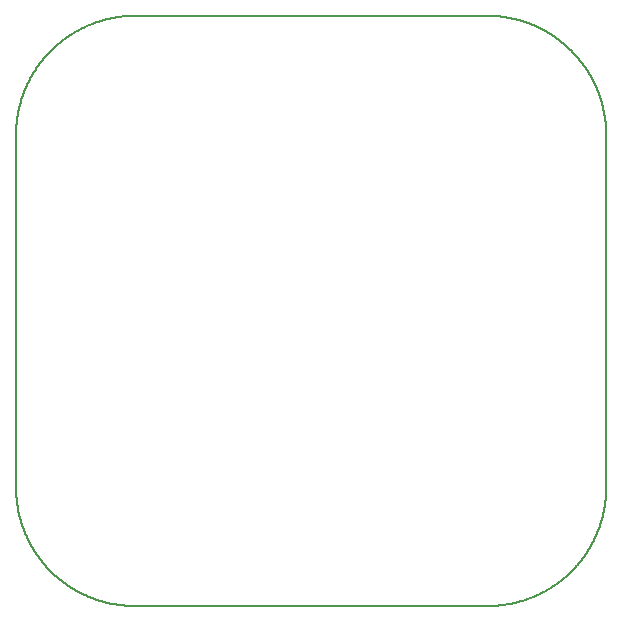
<source format=gm1>
G04 MADE WITH FRITZING*
G04 WWW.FRITZING.ORG*
G04 DOUBLE SIDED*
G04 HOLES PLATED*
G04 CONTOUR ON CENTER OF CONTOUR VECTOR*
%ASAXBY*%
%FSLAX23Y23*%
%MOIN*%
%OFA0B0*%
%SFA1.0B1.0*%
%ADD10C,0.008*%
%LNCONTOUR*%
G90*
G70*
G54D10*
X376Y1969D02*
X377Y1969D01*
X378Y1969D01*
X379Y1969D01*
X380Y1969D01*
X381Y1969D01*
X382Y1969D01*
X383Y1969D01*
X384Y1969D01*
X385Y1969D01*
X386Y1969D01*
X387Y1969D01*
X388Y1969D01*
X389Y1969D01*
X390Y1969D01*
X391Y1969D01*
X392Y1969D01*
X393Y1969D01*
X394Y1969D01*
X395Y1969D01*
X396Y1969D01*
X397Y1969D01*
X398Y1969D01*
X399Y1969D01*
X400Y1969D01*
X401Y1969D01*
X402Y1969D01*
X403Y1969D01*
X404Y1969D01*
X405Y1969D01*
X406Y1969D01*
X407Y1969D01*
X408Y1969D01*
X409Y1969D01*
X410Y1969D01*
X411Y1969D01*
X412Y1969D01*
X413Y1969D01*
X414Y1969D01*
X415Y1969D01*
X416Y1969D01*
X417Y1969D01*
X418Y1969D01*
X419Y1969D01*
X420Y1969D01*
X421Y1969D01*
X422Y1969D01*
X423Y1969D01*
X424Y1969D01*
X425Y1969D01*
X426Y1969D01*
X427Y1969D01*
X428Y1969D01*
X429Y1969D01*
X430Y1969D01*
X431Y1969D01*
X432Y1969D01*
X433Y1969D01*
X434Y1969D01*
X435Y1969D01*
X436Y1969D01*
X437Y1969D01*
X438Y1969D01*
X439Y1969D01*
X440Y1969D01*
X441Y1969D01*
X442Y1969D01*
X443Y1969D01*
X444Y1969D01*
X445Y1969D01*
X446Y1969D01*
X447Y1969D01*
X448Y1969D01*
X449Y1969D01*
X450Y1969D01*
X451Y1969D01*
X452Y1969D01*
X453Y1969D01*
X454Y1969D01*
X455Y1969D01*
X456Y1969D01*
X457Y1969D01*
X458Y1969D01*
X459Y1969D01*
X460Y1969D01*
X461Y1969D01*
X462Y1969D01*
X463Y1969D01*
X464Y1969D01*
X465Y1969D01*
X466Y1969D01*
X467Y1969D01*
X468Y1969D01*
X469Y1969D01*
X470Y1969D01*
X471Y1969D01*
X472Y1969D01*
X473Y1969D01*
X474Y1969D01*
X475Y1969D01*
X476Y1969D01*
X477Y1969D01*
X478Y1969D01*
X479Y1969D01*
X480Y1969D01*
X481Y1969D01*
X482Y1969D01*
X483Y1969D01*
X484Y1969D01*
X485Y1969D01*
X486Y1969D01*
X487Y1969D01*
X488Y1969D01*
X489Y1969D01*
X490Y1969D01*
X491Y1969D01*
X492Y1969D01*
X493Y1969D01*
X494Y1969D01*
X495Y1969D01*
X496Y1969D01*
X497Y1969D01*
X498Y1969D01*
X499Y1969D01*
X500Y1969D01*
X501Y1969D01*
X502Y1969D01*
X503Y1969D01*
X504Y1969D01*
X505Y1969D01*
X506Y1969D01*
X507Y1969D01*
X508Y1969D01*
X509Y1969D01*
X510Y1969D01*
X511Y1969D01*
X512Y1969D01*
X513Y1969D01*
X514Y1969D01*
X515Y1969D01*
X516Y1969D01*
X517Y1969D01*
X518Y1969D01*
X519Y1969D01*
X520Y1969D01*
X521Y1969D01*
X522Y1969D01*
X523Y1969D01*
X524Y1969D01*
X525Y1969D01*
X526Y1969D01*
X527Y1969D01*
X528Y1969D01*
X529Y1969D01*
X530Y1969D01*
X531Y1969D01*
X532Y1969D01*
X533Y1969D01*
X534Y1969D01*
X535Y1969D01*
X536Y1969D01*
X537Y1969D01*
X538Y1969D01*
X539Y1969D01*
X540Y1969D01*
X541Y1969D01*
X542Y1969D01*
X543Y1969D01*
X544Y1969D01*
X545Y1969D01*
X546Y1969D01*
X547Y1969D01*
X548Y1969D01*
X549Y1969D01*
X550Y1969D01*
X551Y1969D01*
X552Y1969D01*
X553Y1969D01*
X554Y1969D01*
X555Y1969D01*
X556Y1969D01*
X557Y1969D01*
X558Y1969D01*
X559Y1969D01*
X560Y1969D01*
X561Y1969D01*
X562Y1969D01*
X563Y1969D01*
X564Y1969D01*
X565Y1969D01*
X566Y1969D01*
X567Y1969D01*
X568Y1969D01*
X569Y1969D01*
X570Y1969D01*
X571Y1969D01*
X572Y1969D01*
X573Y1969D01*
X574Y1969D01*
X575Y1969D01*
X576Y1969D01*
X577Y1969D01*
X578Y1969D01*
X579Y1969D01*
X580Y1969D01*
X581Y1969D01*
X582Y1969D01*
X583Y1969D01*
X584Y1969D01*
X585Y1969D01*
X586Y1969D01*
X587Y1969D01*
X588Y1969D01*
X589Y1969D01*
X590Y1969D01*
X591Y1969D01*
X592Y1969D01*
X593Y1969D01*
X594Y1969D01*
X595Y1969D01*
X596Y1969D01*
X597Y1969D01*
X598Y1969D01*
X599Y1969D01*
X600Y1969D01*
X601Y1969D01*
X602Y1969D01*
X603Y1969D01*
X604Y1969D01*
X605Y1969D01*
X606Y1969D01*
X607Y1969D01*
X608Y1969D01*
X609Y1969D01*
X610Y1969D01*
X611Y1969D01*
X612Y1969D01*
X613Y1969D01*
X614Y1969D01*
X615Y1969D01*
X616Y1969D01*
X617Y1969D01*
X618Y1969D01*
X619Y1969D01*
X620Y1969D01*
X621Y1969D01*
X622Y1969D01*
X623Y1969D01*
X624Y1969D01*
X625Y1969D01*
X626Y1969D01*
X627Y1969D01*
X628Y1969D01*
X629Y1969D01*
X630Y1969D01*
X631Y1969D01*
X632Y1969D01*
X633Y1969D01*
X634Y1969D01*
X635Y1969D01*
X636Y1969D01*
X637Y1969D01*
X638Y1969D01*
X639Y1969D01*
X640Y1969D01*
X641Y1969D01*
X642Y1969D01*
X643Y1969D01*
X644Y1969D01*
X645Y1969D01*
X646Y1969D01*
X647Y1969D01*
X648Y1969D01*
X649Y1969D01*
X650Y1969D01*
X651Y1969D01*
X652Y1969D01*
X653Y1969D01*
X654Y1969D01*
X655Y1969D01*
X656Y1969D01*
X657Y1969D01*
X658Y1969D01*
X659Y1969D01*
X660Y1969D01*
X661Y1969D01*
X662Y1969D01*
X663Y1969D01*
X664Y1969D01*
X665Y1969D01*
X666Y1969D01*
X667Y1969D01*
X668Y1969D01*
X669Y1969D01*
X670Y1969D01*
X671Y1969D01*
X672Y1969D01*
X673Y1969D01*
X674Y1969D01*
X675Y1969D01*
X676Y1969D01*
X677Y1969D01*
X678Y1969D01*
X679Y1969D01*
X680Y1969D01*
X681Y1969D01*
X682Y1969D01*
X683Y1969D01*
X684Y1969D01*
X685Y1969D01*
X686Y1969D01*
X687Y1969D01*
X688Y1969D01*
X689Y1969D01*
X690Y1969D01*
X691Y1969D01*
X692Y1969D01*
X693Y1969D01*
X694Y1969D01*
X695Y1969D01*
X696Y1969D01*
X697Y1969D01*
X698Y1969D01*
X699Y1969D01*
X700Y1969D01*
X701Y1969D01*
X702Y1969D01*
X703Y1969D01*
X704Y1969D01*
X705Y1969D01*
X706Y1969D01*
X707Y1969D01*
X708Y1969D01*
X709Y1969D01*
X710Y1969D01*
X711Y1969D01*
X712Y1969D01*
X713Y1969D01*
X714Y1969D01*
X715Y1969D01*
X716Y1969D01*
X717Y1969D01*
X718Y1969D01*
X719Y1969D01*
X720Y1969D01*
X721Y1969D01*
X722Y1969D01*
X723Y1969D01*
X724Y1969D01*
X725Y1969D01*
X726Y1969D01*
X727Y1969D01*
X728Y1969D01*
X729Y1969D01*
X730Y1969D01*
X731Y1969D01*
X732Y1969D01*
X733Y1969D01*
X734Y1969D01*
X735Y1969D01*
X736Y1969D01*
X737Y1969D01*
X738Y1969D01*
X739Y1969D01*
X740Y1969D01*
X741Y1969D01*
X742Y1969D01*
X743Y1969D01*
X744Y1969D01*
X745Y1969D01*
X746Y1969D01*
X747Y1969D01*
X748Y1969D01*
X749Y1969D01*
X750Y1969D01*
X751Y1969D01*
X752Y1969D01*
X753Y1969D01*
X754Y1969D01*
X755Y1969D01*
X756Y1969D01*
X757Y1969D01*
X758Y1969D01*
X759Y1969D01*
X760Y1969D01*
X761Y1969D01*
X762Y1969D01*
X763Y1969D01*
X764Y1969D01*
X765Y1969D01*
X766Y1969D01*
X767Y1969D01*
X768Y1969D01*
X769Y1969D01*
X770Y1969D01*
X771Y1969D01*
X772Y1969D01*
X773Y1969D01*
X774Y1969D01*
X775Y1969D01*
X776Y1969D01*
X777Y1969D01*
X778Y1969D01*
X779Y1969D01*
X780Y1969D01*
X781Y1969D01*
X782Y1969D01*
X783Y1969D01*
X784Y1969D01*
X785Y1969D01*
X786Y1969D01*
X787Y1969D01*
X788Y1969D01*
X789Y1969D01*
X790Y1969D01*
X791Y1969D01*
X792Y1969D01*
X793Y1969D01*
X794Y1969D01*
X795Y1969D01*
X796Y1969D01*
X797Y1969D01*
X798Y1969D01*
X799Y1969D01*
X800Y1969D01*
X801Y1969D01*
X802Y1969D01*
X803Y1969D01*
X804Y1969D01*
X805Y1969D01*
X806Y1969D01*
X807Y1969D01*
X808Y1969D01*
X809Y1969D01*
X810Y1969D01*
X811Y1969D01*
X812Y1969D01*
X813Y1969D01*
X814Y1969D01*
X815Y1969D01*
X816Y1969D01*
X817Y1969D01*
X818Y1969D01*
X819Y1969D01*
X820Y1969D01*
X821Y1969D01*
X822Y1969D01*
X823Y1969D01*
X824Y1969D01*
X825Y1969D01*
X826Y1969D01*
X827Y1969D01*
X828Y1969D01*
X829Y1969D01*
X830Y1969D01*
X831Y1969D01*
X832Y1969D01*
X833Y1969D01*
X834Y1969D01*
X835Y1969D01*
X836Y1969D01*
X837Y1969D01*
X838Y1969D01*
X839Y1969D01*
X840Y1969D01*
X841Y1969D01*
X842Y1969D01*
X843Y1969D01*
X844Y1969D01*
X845Y1969D01*
X846Y1969D01*
X847Y1969D01*
X848Y1969D01*
X849Y1969D01*
X850Y1969D01*
X851Y1969D01*
X852Y1969D01*
X853Y1969D01*
X854Y1969D01*
X855Y1969D01*
X856Y1969D01*
X857Y1969D01*
X858Y1969D01*
X859Y1969D01*
X860Y1969D01*
X861Y1969D01*
X862Y1969D01*
X863Y1969D01*
X864Y1969D01*
X865Y1969D01*
X866Y1969D01*
X867Y1969D01*
X868Y1969D01*
X869Y1969D01*
X870Y1969D01*
X871Y1969D01*
X872Y1969D01*
X873Y1969D01*
X874Y1969D01*
X875Y1969D01*
X876Y1969D01*
X877Y1969D01*
X878Y1969D01*
X879Y1969D01*
X880Y1969D01*
X881Y1969D01*
X882Y1969D01*
X883Y1969D01*
X884Y1969D01*
X885Y1969D01*
X886Y1969D01*
X887Y1969D01*
X888Y1969D01*
X889Y1969D01*
X890Y1969D01*
X891Y1969D01*
X892Y1969D01*
X893Y1969D01*
X894Y1969D01*
X895Y1969D01*
X896Y1969D01*
X897Y1969D01*
X898Y1969D01*
X899Y1969D01*
X900Y1969D01*
X901Y1969D01*
X902Y1969D01*
X903Y1969D01*
X904Y1969D01*
X905Y1969D01*
X906Y1969D01*
X907Y1969D01*
X908Y1969D01*
X909Y1969D01*
X910Y1969D01*
X911Y1969D01*
X912Y1969D01*
X913Y1969D01*
X914Y1969D01*
X915Y1969D01*
X916Y1969D01*
X917Y1969D01*
X918Y1969D01*
X919Y1969D01*
X920Y1969D01*
X921Y1969D01*
X922Y1969D01*
X923Y1969D01*
X924Y1969D01*
X925Y1969D01*
X926Y1969D01*
X927Y1969D01*
X928Y1969D01*
X929Y1969D01*
X930Y1969D01*
X931Y1969D01*
X932Y1969D01*
X933Y1969D01*
X934Y1969D01*
X935Y1969D01*
X936Y1969D01*
X937Y1969D01*
X938Y1969D01*
X939Y1969D01*
X940Y1969D01*
X941Y1969D01*
X942Y1969D01*
X943Y1969D01*
X944Y1969D01*
X945Y1969D01*
X946Y1969D01*
X947Y1969D01*
X948Y1969D01*
X949Y1969D01*
X950Y1969D01*
X951Y1969D01*
X952Y1969D01*
X953Y1969D01*
X954Y1969D01*
X955Y1969D01*
X956Y1969D01*
X957Y1969D01*
X958Y1969D01*
X959Y1969D01*
X960Y1969D01*
X961Y1969D01*
X962Y1969D01*
X963Y1969D01*
X964Y1969D01*
X965Y1969D01*
X966Y1969D01*
X967Y1969D01*
X968Y1969D01*
X969Y1969D01*
X970Y1969D01*
X971Y1969D01*
X972Y1969D01*
X973Y1969D01*
X974Y1969D01*
X975Y1969D01*
X976Y1969D01*
X977Y1969D01*
X978Y1969D01*
X979Y1969D01*
X980Y1969D01*
X981Y1969D01*
X982Y1969D01*
X983Y1969D01*
X984Y1969D01*
X985Y1969D01*
X986Y1969D01*
X987Y1969D01*
X988Y1969D01*
X989Y1969D01*
X990Y1969D01*
X991Y1969D01*
X992Y1969D01*
X993Y1969D01*
X994Y1969D01*
X995Y1969D01*
X996Y1969D01*
X997Y1969D01*
X998Y1969D01*
X999Y1969D01*
X1000Y1969D01*
X1001Y1969D01*
X1002Y1969D01*
X1003Y1969D01*
X1004Y1969D01*
X1005Y1969D01*
X1006Y1969D01*
X1007Y1969D01*
X1008Y1969D01*
X1009Y1969D01*
X1010Y1969D01*
X1011Y1969D01*
X1012Y1969D01*
X1013Y1969D01*
X1014Y1969D01*
X1015Y1969D01*
X1016Y1969D01*
X1017Y1969D01*
X1018Y1969D01*
X1019Y1969D01*
X1020Y1969D01*
X1021Y1969D01*
X1022Y1969D01*
X1023Y1969D01*
X1024Y1969D01*
X1025Y1969D01*
X1026Y1969D01*
X1027Y1969D01*
X1028Y1969D01*
X1029Y1969D01*
X1030Y1969D01*
X1031Y1969D01*
X1032Y1969D01*
X1033Y1969D01*
X1034Y1969D01*
X1035Y1969D01*
X1036Y1969D01*
X1037Y1969D01*
X1038Y1969D01*
X1039Y1969D01*
X1040Y1969D01*
X1041Y1969D01*
X1042Y1969D01*
X1043Y1969D01*
X1044Y1969D01*
X1045Y1969D01*
X1046Y1969D01*
X1047Y1969D01*
X1048Y1969D01*
X1049Y1969D01*
X1050Y1969D01*
X1051Y1969D01*
X1052Y1969D01*
X1053Y1969D01*
X1054Y1969D01*
X1055Y1969D01*
X1056Y1969D01*
X1057Y1969D01*
X1058Y1969D01*
X1059Y1969D01*
X1060Y1969D01*
X1061Y1969D01*
X1062Y1969D01*
X1063Y1969D01*
X1064Y1969D01*
X1065Y1969D01*
X1066Y1969D01*
X1067Y1969D01*
X1068Y1969D01*
X1069Y1969D01*
X1070Y1969D01*
X1071Y1969D01*
X1072Y1969D01*
X1073Y1969D01*
X1074Y1969D01*
X1075Y1969D01*
X1076Y1969D01*
X1077Y1969D01*
X1078Y1969D01*
X1079Y1969D01*
X1080Y1969D01*
X1081Y1969D01*
X1082Y1969D01*
X1083Y1969D01*
X1084Y1969D01*
X1085Y1969D01*
X1086Y1969D01*
X1087Y1969D01*
X1088Y1969D01*
X1089Y1969D01*
X1090Y1969D01*
X1091Y1969D01*
X1092Y1969D01*
X1093Y1969D01*
X1094Y1969D01*
X1095Y1969D01*
X1096Y1969D01*
X1097Y1969D01*
X1098Y1969D01*
X1099Y1969D01*
X1100Y1969D01*
X1101Y1969D01*
X1102Y1969D01*
X1103Y1969D01*
X1104Y1969D01*
X1105Y1969D01*
X1106Y1969D01*
X1107Y1969D01*
X1108Y1969D01*
X1109Y1969D01*
X1110Y1969D01*
X1111Y1969D01*
X1112Y1969D01*
X1113Y1969D01*
X1114Y1969D01*
X1115Y1969D01*
X1116Y1969D01*
X1117Y1969D01*
X1118Y1969D01*
X1119Y1969D01*
X1120Y1969D01*
X1121Y1969D01*
X1122Y1969D01*
X1123Y1969D01*
X1124Y1969D01*
X1125Y1969D01*
X1126Y1969D01*
X1127Y1969D01*
X1128Y1969D01*
X1129Y1969D01*
X1130Y1969D01*
X1131Y1969D01*
X1132Y1969D01*
X1133Y1969D01*
X1134Y1969D01*
X1135Y1969D01*
X1136Y1969D01*
X1137Y1969D01*
X1138Y1969D01*
X1139Y1969D01*
X1140Y1969D01*
X1141Y1969D01*
X1142Y1969D01*
X1143Y1969D01*
X1144Y1969D01*
X1145Y1969D01*
X1146Y1969D01*
X1147Y1969D01*
X1148Y1969D01*
X1149Y1969D01*
X1150Y1969D01*
X1151Y1969D01*
X1152Y1969D01*
X1153Y1969D01*
X1154Y1969D01*
X1155Y1969D01*
X1156Y1969D01*
X1157Y1969D01*
X1158Y1969D01*
X1159Y1969D01*
X1160Y1969D01*
X1161Y1969D01*
X1162Y1969D01*
X1163Y1969D01*
X1164Y1969D01*
X1165Y1969D01*
X1166Y1969D01*
X1167Y1969D01*
X1168Y1969D01*
X1169Y1969D01*
X1170Y1969D01*
X1171Y1969D01*
X1172Y1969D01*
X1173Y1969D01*
X1174Y1969D01*
X1175Y1969D01*
X1176Y1969D01*
X1177Y1969D01*
X1178Y1969D01*
X1179Y1969D01*
X1180Y1969D01*
X1181Y1969D01*
X1182Y1969D01*
X1183Y1969D01*
X1184Y1969D01*
X1185Y1969D01*
X1186Y1969D01*
X1187Y1969D01*
X1188Y1969D01*
X1189Y1969D01*
X1190Y1969D01*
X1191Y1969D01*
X1192Y1969D01*
X1193Y1969D01*
X1194Y1969D01*
X1195Y1969D01*
X1196Y1969D01*
X1197Y1969D01*
X1198Y1969D01*
X1199Y1969D01*
X1200Y1969D01*
X1201Y1969D01*
X1202Y1969D01*
X1203Y1969D01*
X1204Y1969D01*
X1205Y1969D01*
X1206Y1969D01*
X1207Y1969D01*
X1208Y1969D01*
X1209Y1969D01*
X1210Y1969D01*
X1211Y1969D01*
X1212Y1969D01*
X1213Y1969D01*
X1214Y1969D01*
X1215Y1969D01*
X1216Y1969D01*
X1217Y1969D01*
X1218Y1969D01*
X1219Y1969D01*
X1220Y1969D01*
X1221Y1969D01*
X1222Y1969D01*
X1223Y1969D01*
X1224Y1969D01*
X1225Y1969D01*
X1226Y1969D01*
X1227Y1969D01*
X1228Y1969D01*
X1229Y1969D01*
X1230Y1969D01*
X1231Y1969D01*
X1232Y1969D01*
X1233Y1969D01*
X1234Y1969D01*
X1235Y1969D01*
X1236Y1969D01*
X1237Y1969D01*
X1238Y1969D01*
X1239Y1969D01*
X1240Y1969D01*
X1241Y1969D01*
X1242Y1969D01*
X1243Y1969D01*
X1244Y1969D01*
X1245Y1969D01*
X1246Y1969D01*
X1247Y1969D01*
X1248Y1969D01*
X1249Y1969D01*
X1250Y1969D01*
X1251Y1969D01*
X1252Y1969D01*
X1253Y1969D01*
X1254Y1969D01*
X1255Y1969D01*
X1256Y1969D01*
X1257Y1969D01*
X1258Y1969D01*
X1259Y1969D01*
X1260Y1969D01*
X1261Y1969D01*
X1262Y1969D01*
X1263Y1969D01*
X1264Y1969D01*
X1265Y1969D01*
X1266Y1969D01*
X1267Y1969D01*
X1268Y1969D01*
X1269Y1969D01*
X1270Y1969D01*
X1271Y1969D01*
X1272Y1969D01*
X1273Y1969D01*
X1274Y1969D01*
X1275Y1969D01*
X1276Y1969D01*
X1277Y1969D01*
X1278Y1969D01*
X1279Y1969D01*
X1280Y1969D01*
X1281Y1969D01*
X1282Y1969D01*
X1283Y1969D01*
X1284Y1969D01*
X1285Y1969D01*
X1286Y1969D01*
X1287Y1969D01*
X1288Y1969D01*
X1289Y1969D01*
X1290Y1969D01*
X1291Y1969D01*
X1292Y1969D01*
X1293Y1969D01*
X1294Y1969D01*
X1295Y1969D01*
X1296Y1969D01*
X1297Y1969D01*
X1298Y1969D01*
X1299Y1969D01*
X1300Y1969D01*
X1301Y1969D01*
X1302Y1969D01*
X1303Y1969D01*
X1304Y1969D01*
X1305Y1969D01*
X1306Y1969D01*
X1307Y1969D01*
X1308Y1969D01*
X1309Y1969D01*
X1310Y1969D01*
X1311Y1969D01*
X1312Y1969D01*
X1313Y1969D01*
X1314Y1969D01*
X1315Y1969D01*
X1316Y1969D01*
X1317Y1969D01*
X1318Y1969D01*
X1319Y1969D01*
X1320Y1969D01*
X1321Y1969D01*
X1322Y1969D01*
X1323Y1969D01*
X1324Y1969D01*
X1325Y1969D01*
X1326Y1969D01*
X1327Y1969D01*
X1328Y1969D01*
X1329Y1969D01*
X1330Y1969D01*
X1331Y1969D01*
X1332Y1969D01*
X1333Y1969D01*
X1334Y1969D01*
X1335Y1969D01*
X1336Y1969D01*
X1337Y1969D01*
X1338Y1969D01*
X1339Y1969D01*
X1340Y1969D01*
X1341Y1969D01*
X1342Y1969D01*
X1343Y1969D01*
X1344Y1969D01*
X1345Y1969D01*
X1346Y1969D01*
X1347Y1969D01*
X1348Y1969D01*
X1349Y1969D01*
X1350Y1969D01*
X1351Y1969D01*
X1352Y1969D01*
X1353Y1969D01*
X1354Y1969D01*
X1355Y1969D01*
X1356Y1969D01*
X1357Y1969D01*
X1358Y1969D01*
X1359Y1969D01*
X1360Y1969D01*
X1361Y1969D01*
X1362Y1969D01*
X1363Y1969D01*
X1364Y1969D01*
X1365Y1969D01*
X1366Y1969D01*
X1367Y1969D01*
X1368Y1969D01*
X1369Y1969D01*
X1370Y1969D01*
X1371Y1969D01*
X1372Y1969D01*
X1373Y1969D01*
X1374Y1969D01*
X1375Y1969D01*
X1376Y1969D01*
X1377Y1969D01*
X1378Y1969D01*
X1379Y1969D01*
X1380Y1969D01*
X1381Y1969D01*
X1382Y1969D01*
X1383Y1969D01*
X1384Y1969D01*
X1385Y1969D01*
X1386Y1969D01*
X1387Y1969D01*
X1388Y1969D01*
X1389Y1969D01*
X1390Y1969D01*
X1391Y1969D01*
X1392Y1969D01*
X1393Y1969D01*
X1394Y1969D01*
X1395Y1969D01*
X1396Y1969D01*
X1397Y1969D01*
X1398Y1969D01*
X1399Y1969D01*
X1400Y1969D01*
X1401Y1969D01*
X1402Y1969D01*
X1403Y1969D01*
X1404Y1969D01*
X1405Y1969D01*
X1406Y1969D01*
X1407Y1969D01*
X1408Y1969D01*
X1409Y1969D01*
X1410Y1969D01*
X1411Y1969D01*
X1412Y1969D01*
X1413Y1969D01*
X1414Y1969D01*
X1415Y1969D01*
X1416Y1969D01*
X1417Y1969D01*
X1418Y1969D01*
X1419Y1969D01*
X1420Y1969D01*
X1421Y1969D01*
X1422Y1969D01*
X1423Y1969D01*
X1424Y1969D01*
X1425Y1969D01*
X1426Y1969D01*
X1427Y1969D01*
X1428Y1969D01*
X1429Y1969D01*
X1430Y1969D01*
X1431Y1969D01*
X1432Y1969D01*
X1433Y1969D01*
X1434Y1969D01*
X1435Y1969D01*
X1436Y1969D01*
X1437Y1969D01*
X1438Y1969D01*
X1439Y1969D01*
X1440Y1969D01*
X1441Y1969D01*
X1442Y1969D01*
X1443Y1969D01*
X1444Y1969D01*
X1445Y1969D01*
X1446Y1969D01*
X1447Y1969D01*
X1448Y1969D01*
X1449Y1969D01*
X1450Y1969D01*
X1451Y1969D01*
X1452Y1969D01*
X1453Y1969D01*
X1454Y1969D01*
X1455Y1969D01*
X1456Y1969D01*
X1457Y1969D01*
X1458Y1969D01*
X1459Y1969D01*
X1460Y1969D01*
X1461Y1969D01*
X1462Y1969D01*
X1463Y1969D01*
X1464Y1969D01*
X1465Y1969D01*
X1466Y1969D01*
X1467Y1969D01*
X1468Y1969D01*
X1469Y1969D01*
X1470Y1969D01*
X1471Y1969D01*
X1472Y1969D01*
X1473Y1969D01*
X1474Y1969D01*
X1475Y1969D01*
X1476Y1969D01*
X1477Y1969D01*
X1478Y1969D01*
X1479Y1969D01*
X1480Y1969D01*
X1481Y1969D01*
X1482Y1969D01*
X1483Y1969D01*
X1484Y1969D01*
X1485Y1969D01*
X1486Y1969D01*
X1487Y1969D01*
X1488Y1969D01*
X1489Y1969D01*
X1490Y1969D01*
X1491Y1969D01*
X1492Y1969D01*
X1493Y1969D01*
X1494Y1969D01*
X1495Y1969D01*
X1496Y1969D01*
X1497Y1969D01*
X1498Y1969D01*
X1499Y1969D01*
X1500Y1969D01*
X1501Y1969D01*
X1502Y1969D01*
X1503Y1969D01*
X1504Y1969D01*
X1505Y1969D01*
X1506Y1969D01*
X1507Y1969D01*
X1508Y1969D01*
X1509Y1969D01*
X1510Y1969D01*
X1511Y1969D01*
X1512Y1969D01*
X1513Y1969D01*
X1514Y1969D01*
X1515Y1969D01*
X1516Y1969D01*
X1517Y1969D01*
X1518Y1969D01*
X1519Y1969D01*
X1520Y1969D01*
X1521Y1969D01*
X1522Y1969D01*
X1523Y1969D01*
X1524Y1969D01*
X1525Y1969D01*
X1526Y1969D01*
X1527Y1969D01*
X1528Y1969D01*
X1529Y1969D01*
X1530Y1969D01*
X1531Y1969D01*
X1532Y1969D01*
X1533Y1969D01*
X1534Y1969D01*
X1535Y1969D01*
X1536Y1969D01*
X1537Y1969D01*
X1538Y1969D01*
X1539Y1969D01*
X1540Y1969D01*
X1541Y1969D01*
X1542Y1969D01*
X1543Y1969D01*
X1544Y1969D01*
X1545Y1969D01*
X1546Y1969D01*
X1547Y1969D01*
X1548Y1969D01*
X1549Y1969D01*
X1550Y1969D01*
X1551Y1969D01*
X1552Y1969D01*
X1553Y1969D01*
X1554Y1969D01*
X1555Y1969D01*
X1556Y1969D01*
X1557Y1969D01*
X1558Y1969D01*
X1559Y1969D01*
X1560Y1969D01*
X1561Y1969D01*
X1562Y1969D01*
X1563Y1969D01*
X1564Y1969D01*
X1565Y1969D01*
X1566Y1969D01*
X1567Y1969D01*
X1568Y1969D01*
X1569Y1969D01*
X1570Y1969D01*
X1571Y1969D01*
X1572Y1969D01*
X1573Y1969D01*
X1574Y1969D01*
X1575Y1969D01*
X1576Y1969D01*
X1577Y1969D01*
X1578Y1969D01*
X1579Y1969D01*
X1580Y1969D01*
X1581Y1969D01*
X1582Y1969D01*
X1583Y1969D01*
X1584Y1969D01*
X1585Y1969D01*
X1586Y1969D01*
X1587Y1969D01*
X1588Y1969D01*
X1589Y1969D01*
X1590Y1969D01*
X1591Y1969D01*
X1592Y1968D01*
X1593Y1968D01*
X1594Y1968D01*
X1595Y1968D01*
X1596Y1968D01*
X1597Y1968D01*
X1598Y1968D01*
X1599Y1968D01*
X1600Y1968D01*
X1601Y1968D01*
X1602Y1968D01*
X1603Y1968D01*
X1604Y1968D01*
X1605Y1968D01*
X1606Y1967D01*
X1607Y1967D01*
X1608Y1967D01*
X1609Y1967D01*
X1610Y1967D01*
X1611Y1967D01*
X1612Y1967D01*
X1613Y1967D01*
X1614Y1967D01*
X1615Y1967D01*
X1616Y1966D01*
X1617Y1966D01*
X1618Y1966D01*
X1619Y1966D01*
X1620Y1966D01*
X1621Y1966D01*
X1622Y1966D01*
X1623Y1966D01*
X1624Y1966D01*
X1625Y1965D01*
X1626Y1965D01*
X1627Y1965D01*
X1628Y1965D01*
X1629Y1965D01*
X1630Y1965D01*
X1631Y1965D01*
X1632Y1964D01*
X1633Y1964D01*
X1634Y1964D01*
X1635Y1964D01*
X1636Y1964D01*
X1637Y1964D01*
X1638Y1963D01*
X1639Y1963D01*
X1640Y1963D01*
X1641Y1963D01*
X1642Y1963D01*
X1643Y1963D01*
X1644Y1962D01*
X1645Y1962D01*
X1646Y1962D01*
X1647Y1962D01*
X1648Y1962D01*
X1649Y1961D01*
X1650Y1961D01*
X1651Y1961D01*
X1652Y1961D01*
X1653Y1961D01*
X1654Y1960D01*
X1655Y1960D01*
X1656Y1960D01*
X1657Y1960D01*
X1658Y1959D01*
X1659Y1959D01*
X1660Y1959D01*
X1661Y1959D01*
X1662Y1959D01*
X1663Y1958D01*
X1664Y1958D01*
X1665Y1958D01*
X1666Y1958D01*
X1667Y1957D01*
X1668Y1957D01*
X1669Y1957D01*
X1670Y1957D01*
X1671Y1956D01*
X1672Y1956D01*
X1673Y1956D01*
X1674Y1956D01*
X1675Y1955D01*
X1676Y1955D01*
X1677Y1955D01*
X1678Y1954D01*
X1679Y1954D01*
X1680Y1954D01*
X1681Y1954D01*
X1682Y1953D01*
X1683Y1953D01*
X1684Y1953D01*
X1685Y1952D01*
X1686Y1952D01*
X1687Y1952D01*
X1688Y1952D01*
X1689Y1951D01*
X1690Y1951D01*
X1691Y1951D01*
X1692Y1950D01*
X1693Y1950D01*
X1694Y1950D01*
X1695Y1949D01*
X1696Y1949D01*
X1697Y1949D01*
X1698Y1948D01*
X1699Y1948D01*
X1700Y1948D01*
X1701Y1947D01*
X1702Y1947D01*
X1703Y1947D01*
X1704Y1946D01*
X1705Y1946D01*
X1706Y1945D01*
X1707Y1945D01*
X1708Y1945D01*
X1709Y1944D01*
X1710Y1944D01*
X1711Y1944D01*
X1712Y1943D01*
X1713Y1943D01*
X1714Y1942D01*
X1715Y1942D01*
X1716Y1942D01*
X1717Y1941D01*
X1718Y1941D01*
X1719Y1940D01*
X1720Y1940D01*
X1721Y1940D01*
X1722Y1939D01*
X1723Y1939D01*
X1724Y1938D01*
X1725Y1938D01*
X1726Y1938D01*
X1727Y1937D01*
X1728Y1937D01*
X1729Y1936D01*
X1730Y1936D01*
X1731Y1935D01*
X1732Y1935D01*
X1733Y1934D01*
X1734Y1934D01*
X1735Y1934D01*
X1736Y1933D01*
X1737Y1933D01*
X1738Y1932D01*
X1739Y1932D01*
X1740Y1931D01*
X1741Y1931D01*
X1742Y1930D01*
X1743Y1930D01*
X1744Y1929D01*
X1745Y1929D01*
X1746Y1928D01*
X1747Y1928D01*
X1748Y1927D01*
X1749Y1927D01*
X1750Y1926D01*
X1751Y1926D01*
X1752Y1925D01*
X1753Y1925D01*
X1754Y1924D01*
X1755Y1924D01*
X1756Y1923D01*
X1757Y1923D01*
X1758Y1922D01*
X1759Y1922D01*
X1760Y1921D01*
X1761Y1921D01*
X1762Y1920D01*
X1763Y1920D01*
X1764Y1919D01*
X1765Y1918D01*
X1766Y1918D01*
X1767Y1917D01*
X1768Y1917D01*
X1769Y1916D01*
X1770Y1916D01*
X1771Y1915D01*
X1772Y1914D01*
X1773Y1914D01*
X1774Y1913D01*
X1775Y1913D01*
X1776Y1912D01*
X1777Y1911D01*
X1778Y1911D01*
X1779Y1910D01*
X1780Y1910D01*
X1781Y1909D01*
X1782Y1908D01*
X1783Y1908D01*
X1784Y1907D01*
X1785Y1906D01*
X1786Y1906D01*
X1787Y1905D01*
X1788Y1904D01*
X1789Y1904D01*
X1790Y1903D01*
X1791Y1903D01*
X1792Y1902D01*
X1793Y1901D01*
X1794Y1901D01*
X1795Y1900D01*
X1796Y1899D01*
X1797Y1898D01*
X1798Y1898D01*
X1799Y1897D01*
X1800Y1896D01*
X1801Y1896D01*
X1802Y1895D01*
X1803Y1894D01*
X1804Y1893D01*
X1805Y1893D01*
X1806Y1892D01*
X1807Y1891D01*
X1808Y1891D01*
X1809Y1890D01*
X1810Y1889D01*
X1811Y1888D01*
X1812Y1887D01*
X1813Y1887D01*
X1814Y1886D01*
X1815Y1885D01*
X1816Y1884D01*
X1817Y1884D01*
X1818Y1883D01*
X1819Y1882D01*
X1820Y1881D01*
X1821Y1880D01*
X1822Y1880D01*
X1823Y1879D01*
X1824Y1878D01*
X1825Y1877D01*
X1826Y1876D01*
X1827Y1875D01*
X1828Y1875D01*
X1829Y1874D01*
X1830Y1873D01*
X1831Y1872D01*
X1832Y1871D01*
X1833Y1870D01*
X1834Y1869D01*
X1835Y1869D01*
X1836Y1868D01*
X1837Y1867D01*
X1838Y1866D01*
X1839Y1865D01*
X1840Y1864D01*
X1841Y1863D01*
X1842Y1862D01*
X1843Y1861D01*
X1844Y1860D01*
X1845Y1859D01*
X1846Y1858D01*
X1847Y1857D01*
X1848Y1856D01*
X1849Y1855D01*
X1850Y1854D01*
X1851Y1854D01*
X1852Y1853D01*
X1852Y1852D01*
X1853Y1851D01*
X1854Y1850D01*
X1855Y1849D01*
X1856Y1848D01*
X1857Y1847D01*
X1858Y1846D01*
X1859Y1845D01*
X1860Y1844D01*
X1861Y1843D01*
X1862Y1842D01*
X1863Y1841D01*
X1864Y1840D01*
X1865Y1839D01*
X1866Y1838D01*
X1867Y1837D01*
X1867Y1836D01*
X1868Y1835D01*
X1869Y1834D01*
X1870Y1833D01*
X1871Y1832D01*
X1872Y1831D01*
X1873Y1830D01*
X1873Y1829D01*
X1874Y1828D01*
X1875Y1827D01*
X1876Y1826D01*
X1877Y1825D01*
X1878Y1824D01*
X1878Y1823D01*
X1879Y1822D01*
X1880Y1821D01*
X1881Y1820D01*
X1882Y1819D01*
X1882Y1818D01*
X1883Y1817D01*
X1884Y1816D01*
X1885Y1815D01*
X1885Y1814D01*
X1886Y1813D01*
X1887Y1812D01*
X1888Y1811D01*
X1889Y1810D01*
X1889Y1809D01*
X1890Y1808D01*
X1891Y1807D01*
X1891Y1806D01*
X1892Y1805D01*
X1893Y1804D01*
X1894Y1803D01*
X1894Y1802D01*
X1895Y1801D01*
X1896Y1800D01*
X1896Y1799D01*
X1897Y1798D01*
X1898Y1797D01*
X1899Y1796D01*
X1899Y1795D01*
X1900Y1794D01*
X1901Y1793D01*
X1901Y1792D01*
X1902Y1791D01*
X1902Y1790D01*
X1903Y1789D01*
X1904Y1788D01*
X1904Y1787D01*
X1905Y1786D01*
X1906Y1785D01*
X1906Y1784D01*
X1907Y1783D01*
X1908Y1782D01*
X1908Y1781D01*
X1909Y1780D01*
X1909Y1779D01*
X1910Y1778D01*
X1911Y1777D01*
X1911Y1776D01*
X1912Y1775D01*
X1912Y1774D01*
X1913Y1773D01*
X1914Y1772D01*
X1914Y1771D01*
X1915Y1770D01*
X1915Y1769D01*
X1916Y1768D01*
X1916Y1767D01*
X1917Y1766D01*
X1918Y1765D01*
X1918Y1764D01*
X1919Y1763D01*
X1919Y1762D01*
X1920Y1761D01*
X1920Y1760D01*
X1921Y1759D01*
X1921Y1758D01*
X1922Y1757D01*
X1922Y1756D01*
X1923Y1755D01*
X1923Y1754D01*
X1924Y1753D01*
X1924Y1752D01*
X1925Y1751D01*
X1925Y1750D01*
X1926Y1749D01*
X1926Y1748D01*
X1927Y1747D01*
X1927Y1746D01*
X1928Y1745D01*
X1928Y1744D01*
X1929Y1743D01*
X1929Y1742D01*
X1930Y1741D01*
X1930Y1740D01*
X1931Y1739D01*
X1931Y1738D01*
X1932Y1737D01*
X1932Y1735D01*
X1933Y1734D01*
X1933Y1733D01*
X1934Y1732D01*
X1934Y1731D01*
X1935Y1730D01*
X1935Y1729D01*
X1936Y1728D01*
X1936Y1726D01*
X1937Y1725D01*
X1937Y1724D01*
X1938Y1723D01*
X1938Y1721D01*
X1939Y1720D01*
X1939Y1719D01*
X1940Y1718D01*
X1940Y1716D01*
X1941Y1715D01*
X1941Y1714D01*
X1942Y1713D01*
X1942Y1711D01*
X1943Y1710D01*
X1943Y1708D01*
X1944Y1707D01*
X1944Y1706D01*
X1945Y1705D01*
X1945Y1703D01*
X1946Y1702D01*
X1946Y1700D01*
X1947Y1699D01*
X1947Y1697D01*
X1948Y1696D01*
X1948Y1694D01*
X1949Y1693D01*
X1949Y1691D01*
X1950Y1690D01*
X1950Y1687D01*
X1951Y1686D01*
X1951Y1684D01*
X1952Y1683D01*
X1952Y1680D01*
X1953Y1679D01*
X1953Y1677D01*
X1954Y1676D01*
X1954Y1673D01*
X1955Y1672D01*
X1955Y1669D01*
X1956Y1668D01*
X1956Y1665D01*
X1957Y1664D01*
X1957Y1660D01*
X1958Y1659D01*
X1958Y1656D01*
X1959Y1655D01*
X1959Y1651D01*
X1960Y1650D01*
X1960Y1646D01*
X1961Y1645D01*
X1961Y1640D01*
X1962Y1639D01*
X1962Y1634D01*
X1963Y1633D01*
X1963Y1627D01*
X1964Y1626D01*
X1964Y1618D01*
X1965Y1617D01*
X1965Y1608D01*
X1966Y1607D01*
X1966Y1594D01*
X1967Y1593D01*
X1967Y378D01*
X1966Y377D01*
X1966Y364D01*
X1965Y363D01*
X1965Y354D01*
X1964Y353D01*
X1964Y345D01*
X1963Y344D01*
X1963Y338D01*
X1962Y337D01*
X1962Y332D01*
X1961Y331D01*
X1961Y326D01*
X1960Y325D01*
X1960Y321D01*
X1959Y320D01*
X1959Y316D01*
X1958Y315D01*
X1958Y312D01*
X1957Y311D01*
X1957Y307D01*
X1956Y306D01*
X1956Y303D01*
X1955Y302D01*
X1955Y299D01*
X1954Y298D01*
X1954Y295D01*
X1953Y294D01*
X1953Y292D01*
X1952Y291D01*
X1952Y288D01*
X1951Y287D01*
X1951Y285D01*
X1950Y284D01*
X1950Y281D01*
X1949Y280D01*
X1949Y278D01*
X1948Y277D01*
X1948Y275D01*
X1947Y274D01*
X1947Y272D01*
X1946Y271D01*
X1946Y269D01*
X1945Y268D01*
X1945Y266D01*
X1944Y265D01*
X1944Y264D01*
X1943Y263D01*
X1943Y261D01*
X1942Y260D01*
X1942Y258D01*
X1941Y257D01*
X1941Y256D01*
X1940Y255D01*
X1940Y253D01*
X1939Y252D01*
X1939Y251D01*
X1938Y250D01*
X1938Y248D01*
X1937Y247D01*
X1937Y246D01*
X1936Y245D01*
X1936Y243D01*
X1935Y242D01*
X1935Y241D01*
X1934Y240D01*
X1934Y239D01*
X1933Y238D01*
X1933Y237D01*
X1932Y236D01*
X1932Y234D01*
X1931Y233D01*
X1931Y232D01*
X1930Y231D01*
X1930Y230D01*
X1929Y229D01*
X1929Y228D01*
X1928Y227D01*
X1928Y226D01*
X1927Y225D01*
X1927Y224D01*
X1926Y223D01*
X1926Y222D01*
X1925Y221D01*
X1925Y220D01*
X1924Y219D01*
X1924Y218D01*
X1923Y217D01*
X1923Y216D01*
X1922Y215D01*
X1922Y214D01*
X1921Y213D01*
X1921Y212D01*
X1920Y211D01*
X1920Y210D01*
X1919Y209D01*
X1919Y208D01*
X1918Y207D01*
X1918Y206D01*
X1917Y205D01*
X1916Y204D01*
X1916Y203D01*
X1915Y202D01*
X1915Y201D01*
X1914Y200D01*
X1914Y199D01*
X1913Y198D01*
X1912Y197D01*
X1912Y196D01*
X1911Y195D01*
X1911Y194D01*
X1910Y193D01*
X1909Y192D01*
X1909Y191D01*
X1908Y190D01*
X1908Y189D01*
X1907Y188D01*
X1906Y187D01*
X1906Y186D01*
X1905Y185D01*
X1904Y184D01*
X1904Y183D01*
X1903Y182D01*
X1902Y181D01*
X1902Y180D01*
X1901Y179D01*
X1901Y178D01*
X1900Y177D01*
X1899Y176D01*
X1899Y175D01*
X1898Y174D01*
X1897Y173D01*
X1896Y172D01*
X1896Y171D01*
X1895Y170D01*
X1894Y169D01*
X1894Y168D01*
X1893Y167D01*
X1892Y166D01*
X1891Y165D01*
X1891Y164D01*
X1890Y163D01*
X1889Y162D01*
X1889Y161D01*
X1888Y160D01*
X1887Y159D01*
X1886Y158D01*
X1885Y157D01*
X1885Y156D01*
X1884Y155D01*
X1883Y154D01*
X1882Y153D01*
X1882Y152D01*
X1881Y151D01*
X1880Y150D01*
X1879Y149D01*
X1878Y148D01*
X1878Y147D01*
X1877Y146D01*
X1876Y145D01*
X1875Y144D01*
X1874Y143D01*
X1873Y142D01*
X1873Y141D01*
X1872Y140D01*
X1871Y139D01*
X1870Y138D01*
X1869Y137D01*
X1868Y136D01*
X1867Y135D01*
X1867Y134D01*
X1866Y133D01*
X1865Y132D01*
X1864Y131D01*
X1863Y130D01*
X1862Y129D01*
X1861Y128D01*
X1860Y127D01*
X1859Y126D01*
X1858Y125D01*
X1857Y124D01*
X1856Y123D01*
X1855Y122D01*
X1854Y121D01*
X1853Y120D01*
X1852Y119D01*
X1852Y118D01*
X1851Y117D01*
X1850Y117D01*
X1849Y116D01*
X1848Y115D01*
X1847Y114D01*
X1846Y113D01*
X1845Y112D01*
X1844Y111D01*
X1843Y110D01*
X1842Y109D01*
X1841Y108D01*
X1840Y107D01*
X1839Y106D01*
X1838Y105D01*
X1837Y104D01*
X1836Y103D01*
X1835Y102D01*
X1834Y102D01*
X1833Y101D01*
X1832Y100D01*
X1831Y99D01*
X1830Y98D01*
X1829Y97D01*
X1828Y96D01*
X1827Y96D01*
X1826Y95D01*
X1825Y94D01*
X1824Y93D01*
X1823Y92D01*
X1822Y91D01*
X1821Y91D01*
X1820Y90D01*
X1819Y89D01*
X1818Y88D01*
X1817Y87D01*
X1816Y87D01*
X1815Y86D01*
X1814Y85D01*
X1813Y84D01*
X1812Y84D01*
X1811Y83D01*
X1810Y82D01*
X1809Y81D01*
X1808Y80D01*
X1807Y80D01*
X1806Y79D01*
X1805Y78D01*
X1804Y78D01*
X1803Y77D01*
X1802Y76D01*
X1801Y75D01*
X1800Y75D01*
X1799Y74D01*
X1798Y73D01*
X1797Y73D01*
X1796Y72D01*
X1795Y71D01*
X1794Y70D01*
X1793Y70D01*
X1792Y69D01*
X1791Y68D01*
X1790Y68D01*
X1789Y67D01*
X1788Y67D01*
X1787Y66D01*
X1786Y65D01*
X1785Y65D01*
X1784Y64D01*
X1783Y63D01*
X1782Y63D01*
X1781Y62D01*
X1780Y61D01*
X1779Y61D01*
X1778Y60D01*
X1777Y60D01*
X1776Y59D01*
X1775Y58D01*
X1774Y58D01*
X1773Y57D01*
X1772Y57D01*
X1771Y56D01*
X1770Y55D01*
X1769Y55D01*
X1768Y54D01*
X1767Y54D01*
X1766Y53D01*
X1765Y53D01*
X1764Y52D01*
X1763Y51D01*
X1762Y51D01*
X1761Y50D01*
X1760Y50D01*
X1759Y49D01*
X1758Y49D01*
X1757Y48D01*
X1756Y48D01*
X1755Y47D01*
X1754Y47D01*
X1753Y46D01*
X1752Y46D01*
X1751Y45D01*
X1750Y45D01*
X1749Y44D01*
X1748Y44D01*
X1747Y43D01*
X1746Y43D01*
X1745Y42D01*
X1744Y42D01*
X1743Y41D01*
X1742Y41D01*
X1741Y40D01*
X1740Y40D01*
X1739Y39D01*
X1738Y39D01*
X1737Y38D01*
X1736Y38D01*
X1735Y37D01*
X1734Y37D01*
X1733Y37D01*
X1732Y36D01*
X1731Y36D01*
X1730Y35D01*
X1729Y35D01*
X1728Y34D01*
X1727Y34D01*
X1726Y33D01*
X1725Y33D01*
X1724Y33D01*
X1723Y32D01*
X1722Y32D01*
X1721Y31D01*
X1720Y31D01*
X1719Y31D01*
X1718Y30D01*
X1717Y30D01*
X1716Y29D01*
X1715Y29D01*
X1714Y29D01*
X1713Y28D01*
X1712Y28D01*
X1711Y27D01*
X1710Y27D01*
X1709Y27D01*
X1708Y26D01*
X1707Y26D01*
X1706Y26D01*
X1705Y25D01*
X1704Y25D01*
X1703Y24D01*
X1702Y24D01*
X1701Y24D01*
X1700Y23D01*
X1699Y23D01*
X1698Y23D01*
X1697Y22D01*
X1696Y22D01*
X1695Y22D01*
X1694Y21D01*
X1693Y21D01*
X1692Y21D01*
X1691Y20D01*
X1690Y20D01*
X1689Y20D01*
X1688Y19D01*
X1687Y19D01*
X1686Y19D01*
X1685Y19D01*
X1684Y18D01*
X1683Y18D01*
X1682Y18D01*
X1681Y17D01*
X1680Y17D01*
X1679Y17D01*
X1678Y17D01*
X1677Y16D01*
X1676Y16D01*
X1675Y16D01*
X1674Y15D01*
X1673Y15D01*
X1672Y15D01*
X1671Y15D01*
X1670Y14D01*
X1669Y14D01*
X1668Y14D01*
X1667Y14D01*
X1666Y13D01*
X1665Y13D01*
X1664Y13D01*
X1663Y13D01*
X1662Y12D01*
X1661Y12D01*
X1660Y12D01*
X1659Y12D01*
X1658Y12D01*
X1657Y11D01*
X1656Y11D01*
X1655Y11D01*
X1654Y11D01*
X1653Y10D01*
X1652Y10D01*
X1651Y10D01*
X1650Y10D01*
X1649Y10D01*
X1648Y9D01*
X1647Y9D01*
X1646Y9D01*
X1645Y9D01*
X1644Y9D01*
X1643Y8D01*
X1642Y8D01*
X1641Y8D01*
X1640Y8D01*
X1639Y8D01*
X1638Y8D01*
X1637Y7D01*
X1636Y7D01*
X1635Y7D01*
X1634Y7D01*
X1633Y7D01*
X1632Y7D01*
X1631Y6D01*
X1630Y6D01*
X1629Y6D01*
X1628Y6D01*
X1627Y6D01*
X1626Y6D01*
X1625Y6D01*
X1624Y5D01*
X1623Y5D01*
X1622Y5D01*
X1621Y5D01*
X1620Y5D01*
X1619Y5D01*
X1618Y5D01*
X1617Y5D01*
X1616Y5D01*
X1615Y4D01*
X1614Y4D01*
X1613Y4D01*
X1612Y4D01*
X1611Y4D01*
X1610Y4D01*
X1609Y4D01*
X1608Y4D01*
X1607Y4D01*
X1606Y4D01*
X1605Y3D01*
X1604Y3D01*
X1603Y3D01*
X1602Y3D01*
X1601Y3D01*
X1600Y3D01*
X1599Y3D01*
X1598Y3D01*
X1597Y3D01*
X1596Y3D01*
X1595Y3D01*
X1594Y3D01*
X1593Y3D01*
X1592Y3D01*
X1591Y2D01*
X1590Y2D01*
X1589Y2D01*
X1588Y2D01*
X1587Y2D01*
X1586Y2D01*
X1585Y2D01*
X1584Y2D01*
X1583Y2D01*
X1582Y2D01*
X1581Y2D01*
X1580Y2D01*
X1579Y2D01*
X1578Y2D01*
X1577Y2D01*
X1576Y2D01*
X1575Y2D01*
X1574Y2D01*
X1573Y2D01*
X1572Y2D01*
X1571Y2D01*
X1570Y2D01*
X1569Y2D01*
X1568Y2D01*
X1567Y2D01*
X1566Y2D01*
X1565Y2D01*
X1564Y2D01*
X1563Y2D01*
X1562Y2D01*
X1561Y2D01*
X1560Y2D01*
X1559Y2D01*
X1558Y2D01*
X1557Y2D01*
X1556Y2D01*
X1555Y2D01*
X1554Y2D01*
X1553Y2D01*
X1552Y2D01*
X1551Y2D01*
X1550Y2D01*
X1549Y2D01*
X1548Y2D01*
X1547Y2D01*
X1546Y2D01*
X1545Y2D01*
X1544Y2D01*
X1543Y2D01*
X1542Y2D01*
X1541Y2D01*
X1540Y2D01*
X1539Y2D01*
X1538Y2D01*
X1537Y2D01*
X1536Y2D01*
X1535Y2D01*
X1534Y2D01*
X1533Y2D01*
X1532Y2D01*
X1531Y2D01*
X1530Y2D01*
X1529Y2D01*
X1528Y2D01*
X1527Y2D01*
X1526Y2D01*
X1525Y2D01*
X1524Y2D01*
X1523Y2D01*
X1522Y2D01*
X1521Y2D01*
X1520Y2D01*
X1519Y2D01*
X1518Y2D01*
X1517Y2D01*
X1516Y2D01*
X1515Y2D01*
X1514Y2D01*
X1513Y2D01*
X1512Y2D01*
X1511Y2D01*
X1510Y2D01*
X1509Y2D01*
X1508Y2D01*
X1507Y2D01*
X1506Y2D01*
X1505Y2D01*
X1504Y2D01*
X1503Y2D01*
X1502Y2D01*
X1501Y2D01*
X1500Y2D01*
X1499Y2D01*
X1498Y2D01*
X1497Y2D01*
X1496Y2D01*
X1495Y2D01*
X1494Y2D01*
X1493Y2D01*
X1492Y2D01*
X1491Y2D01*
X1490Y2D01*
X1489Y2D01*
X1488Y2D01*
X1487Y2D01*
X1486Y2D01*
X1485Y2D01*
X1484Y2D01*
X1483Y2D01*
X1482Y2D01*
X1481Y2D01*
X1480Y2D01*
X1479Y2D01*
X1478Y2D01*
X1477Y2D01*
X1476Y2D01*
X1475Y2D01*
X1474Y2D01*
X1473Y2D01*
X1472Y2D01*
X1471Y2D01*
X1470Y2D01*
X1469Y2D01*
X1468Y2D01*
X1467Y2D01*
X1466Y2D01*
X1465Y2D01*
X1464Y2D01*
X1463Y2D01*
X1462Y2D01*
X1461Y2D01*
X1460Y2D01*
X1459Y2D01*
X1458Y2D01*
X1457Y2D01*
X1456Y2D01*
X1455Y2D01*
X1454Y2D01*
X1453Y2D01*
X1452Y2D01*
X1451Y2D01*
X1450Y2D01*
X1449Y2D01*
X1448Y2D01*
X1447Y2D01*
X1446Y2D01*
X1445Y2D01*
X1444Y2D01*
X1443Y2D01*
X1442Y2D01*
X1441Y2D01*
X1440Y2D01*
X1439Y2D01*
X1438Y2D01*
X1437Y2D01*
X1436Y2D01*
X1435Y2D01*
X1434Y2D01*
X1433Y2D01*
X1432Y2D01*
X1431Y2D01*
X1430Y2D01*
X1429Y2D01*
X1428Y2D01*
X1427Y2D01*
X1426Y2D01*
X1425Y2D01*
X1424Y2D01*
X1423Y2D01*
X1422Y2D01*
X1421Y2D01*
X1420Y2D01*
X1419Y2D01*
X1418Y2D01*
X1417Y2D01*
X1416Y2D01*
X1415Y2D01*
X1414Y2D01*
X1413Y2D01*
X1412Y2D01*
X1411Y2D01*
X1410Y2D01*
X1409Y2D01*
X1408Y2D01*
X1407Y2D01*
X1406Y2D01*
X1405Y2D01*
X1404Y2D01*
X1403Y2D01*
X1402Y2D01*
X1401Y2D01*
X1400Y2D01*
X1399Y2D01*
X1398Y2D01*
X1397Y2D01*
X1396Y2D01*
X1395Y2D01*
X1394Y2D01*
X1393Y2D01*
X1392Y2D01*
X1391Y2D01*
X1390Y2D01*
X1389Y2D01*
X1388Y2D01*
X1387Y2D01*
X1386Y2D01*
X1385Y2D01*
X1384Y2D01*
X1383Y2D01*
X1382Y2D01*
X1381Y2D01*
X1380Y2D01*
X1379Y2D01*
X1378Y2D01*
X1377Y2D01*
X1376Y2D01*
X1375Y2D01*
X1374Y2D01*
X1373Y2D01*
X1372Y2D01*
X1371Y2D01*
X1370Y2D01*
X1369Y2D01*
X1368Y2D01*
X1367Y2D01*
X1366Y2D01*
X1365Y2D01*
X1364Y2D01*
X1363Y2D01*
X1362Y2D01*
X1361Y2D01*
X1360Y2D01*
X1359Y2D01*
X1358Y2D01*
X1357Y2D01*
X1356Y2D01*
X1355Y2D01*
X1354Y2D01*
X1353Y2D01*
X1352Y2D01*
X1351Y2D01*
X1350Y2D01*
X1349Y2D01*
X1348Y2D01*
X1347Y2D01*
X1346Y2D01*
X1345Y2D01*
X1344Y2D01*
X1343Y2D01*
X1342Y2D01*
X1341Y2D01*
X1340Y2D01*
X1339Y2D01*
X1338Y2D01*
X1337Y2D01*
X1336Y2D01*
X1335Y2D01*
X1334Y2D01*
X1333Y2D01*
X1332Y2D01*
X1331Y2D01*
X1330Y2D01*
X1329Y2D01*
X1328Y2D01*
X1327Y2D01*
X1326Y2D01*
X1325Y2D01*
X1324Y2D01*
X1323Y2D01*
X1322Y2D01*
X1321Y2D01*
X1320Y2D01*
X1319Y2D01*
X1318Y2D01*
X1317Y2D01*
X1316Y2D01*
X1315Y2D01*
X1314Y2D01*
X1313Y2D01*
X1312Y2D01*
X1311Y2D01*
X1310Y2D01*
X1309Y2D01*
X1308Y2D01*
X1307Y2D01*
X1306Y2D01*
X1305Y2D01*
X1304Y2D01*
X1303Y2D01*
X1302Y2D01*
X1301Y2D01*
X1300Y2D01*
X1299Y2D01*
X1298Y2D01*
X1297Y2D01*
X1296Y2D01*
X1295Y2D01*
X1294Y2D01*
X1293Y2D01*
X1292Y2D01*
X1291Y2D01*
X1290Y2D01*
X1289Y2D01*
X1288Y2D01*
X1287Y2D01*
X1286Y2D01*
X1285Y2D01*
X1284Y2D01*
X1283Y2D01*
X1282Y2D01*
X1281Y2D01*
X1280Y2D01*
X1279Y2D01*
X1278Y2D01*
X1277Y2D01*
X1276Y2D01*
X1275Y2D01*
X1274Y2D01*
X1273Y2D01*
X1272Y2D01*
X1271Y2D01*
X1270Y2D01*
X1269Y2D01*
X1268Y2D01*
X1267Y2D01*
X1266Y2D01*
X1265Y2D01*
X1264Y2D01*
X1263Y2D01*
X1262Y2D01*
X1261Y2D01*
X1260Y2D01*
X1259Y2D01*
X1258Y2D01*
X1257Y2D01*
X1256Y2D01*
X1255Y2D01*
X1254Y2D01*
X1253Y2D01*
X1252Y2D01*
X1251Y2D01*
X1250Y2D01*
X1249Y2D01*
X1248Y2D01*
X1247Y2D01*
X1246Y2D01*
X1245Y2D01*
X1244Y2D01*
X1243Y2D01*
X1242Y2D01*
X1241Y2D01*
X1240Y2D01*
X1239Y2D01*
X1238Y2D01*
X1237Y2D01*
X1236Y2D01*
X1235Y2D01*
X1234Y2D01*
X1233Y2D01*
X1232Y2D01*
X1231Y2D01*
X1230Y2D01*
X1229Y2D01*
X1228Y2D01*
X1227Y2D01*
X1226Y2D01*
X1225Y2D01*
X1224Y2D01*
X1223Y2D01*
X1222Y2D01*
X1221Y2D01*
X1220Y2D01*
X1219Y2D01*
X1218Y2D01*
X1217Y2D01*
X1216Y2D01*
X1215Y2D01*
X1214Y2D01*
X1213Y2D01*
X1212Y2D01*
X1211Y2D01*
X1210Y2D01*
X1209Y2D01*
X1208Y2D01*
X1207Y2D01*
X1206Y2D01*
X1205Y2D01*
X1204Y2D01*
X1203Y2D01*
X1202Y2D01*
X1201Y2D01*
X1200Y2D01*
X1199Y2D01*
X1198Y2D01*
X1197Y2D01*
X1196Y2D01*
X1195Y2D01*
X1194Y2D01*
X1193Y2D01*
X1192Y2D01*
X1191Y2D01*
X1190Y2D01*
X1189Y2D01*
X1188Y2D01*
X1187Y2D01*
X1186Y2D01*
X1185Y2D01*
X1184Y2D01*
X1183Y2D01*
X1182Y2D01*
X1181Y2D01*
X1180Y2D01*
X1179Y2D01*
X1178Y2D01*
X1177Y2D01*
X1176Y2D01*
X1175Y2D01*
X1174Y2D01*
X1173Y2D01*
X1172Y2D01*
X1171Y2D01*
X1170Y2D01*
X1169Y2D01*
X1168Y2D01*
X1167Y2D01*
X1166Y2D01*
X1165Y2D01*
X1164Y2D01*
X1163Y2D01*
X1162Y2D01*
X1161Y2D01*
X1160Y2D01*
X1159Y2D01*
X1158Y2D01*
X1157Y2D01*
X1156Y2D01*
X1155Y2D01*
X1154Y2D01*
X1153Y2D01*
X1152Y2D01*
X1151Y2D01*
X1150Y2D01*
X1149Y2D01*
X1148Y2D01*
X1147Y2D01*
X1146Y2D01*
X1145Y2D01*
X1144Y2D01*
X1143Y2D01*
X1142Y2D01*
X1141Y2D01*
X1140Y2D01*
X1139Y2D01*
X1138Y2D01*
X1137Y2D01*
X1136Y2D01*
X1135Y2D01*
X1134Y2D01*
X1133Y2D01*
X1132Y2D01*
X1131Y2D01*
X1130Y2D01*
X1129Y2D01*
X1128Y2D01*
X1127Y2D01*
X1126Y2D01*
X1125Y2D01*
X1124Y2D01*
X1123Y2D01*
X1122Y2D01*
X1121Y2D01*
X1120Y2D01*
X1119Y2D01*
X1118Y2D01*
X1117Y2D01*
X1116Y2D01*
X1115Y2D01*
X1114Y2D01*
X1113Y2D01*
X1112Y2D01*
X1111Y2D01*
X1110Y2D01*
X1109Y2D01*
X1108Y2D01*
X1107Y2D01*
X1106Y2D01*
X1105Y2D01*
X1104Y2D01*
X1103Y2D01*
X1102Y2D01*
X1101Y2D01*
X1100Y2D01*
X1099Y2D01*
X1098Y2D01*
X1097Y2D01*
X1096Y2D01*
X1095Y2D01*
X1094Y2D01*
X1093Y2D01*
X1092Y2D01*
X1091Y2D01*
X1090Y2D01*
X1089Y2D01*
X1088Y2D01*
X1087Y2D01*
X1086Y2D01*
X1085Y2D01*
X1084Y2D01*
X1083Y2D01*
X1082Y2D01*
X1081Y2D01*
X1080Y2D01*
X1079Y2D01*
X1078Y2D01*
X1077Y2D01*
X1076Y2D01*
X1075Y2D01*
X1074Y2D01*
X1073Y2D01*
X1072Y2D01*
X1071Y2D01*
X1070Y2D01*
X1069Y2D01*
X1068Y2D01*
X1067Y2D01*
X1066Y2D01*
X1065Y2D01*
X1064Y2D01*
X1063Y2D01*
X1062Y2D01*
X1061Y2D01*
X1060Y2D01*
X1059Y2D01*
X1058Y2D01*
X1057Y2D01*
X1056Y2D01*
X1055Y2D01*
X1054Y2D01*
X1053Y2D01*
X1052Y2D01*
X1051Y2D01*
X1050Y2D01*
X1049Y2D01*
X1048Y2D01*
X1047Y2D01*
X1046Y2D01*
X1045Y2D01*
X1044Y2D01*
X1043Y2D01*
X1042Y2D01*
X1041Y2D01*
X1040Y2D01*
X1039Y2D01*
X1038Y2D01*
X1037Y2D01*
X1036Y2D01*
X1035Y2D01*
X1034Y2D01*
X1033Y2D01*
X1032Y2D01*
X1031Y2D01*
X1030Y2D01*
X1029Y2D01*
X1028Y2D01*
X1027Y2D01*
X1026Y2D01*
X1025Y2D01*
X1024Y2D01*
X1023Y2D01*
X1022Y2D01*
X1021Y2D01*
X1020Y2D01*
X1019Y2D01*
X1018Y2D01*
X1017Y2D01*
X1016Y2D01*
X1015Y2D01*
X1014Y2D01*
X1013Y2D01*
X1012Y2D01*
X1011Y2D01*
X1010Y2D01*
X1009Y2D01*
X1008Y2D01*
X1007Y2D01*
X1006Y2D01*
X1005Y2D01*
X1004Y2D01*
X1003Y2D01*
X1002Y2D01*
X1001Y2D01*
X1000Y2D01*
X999Y2D01*
X998Y2D01*
X997Y2D01*
X996Y2D01*
X995Y2D01*
X994Y2D01*
X993Y2D01*
X992Y2D01*
X991Y2D01*
X990Y2D01*
X989Y2D01*
X988Y2D01*
X987Y2D01*
X986Y2D01*
X985Y2D01*
X984Y2D01*
X983Y2D01*
X982Y2D01*
X981Y2D01*
X980Y2D01*
X979Y2D01*
X978Y2D01*
X977Y2D01*
X976Y2D01*
X975Y2D01*
X974Y2D01*
X973Y2D01*
X972Y2D01*
X971Y2D01*
X970Y2D01*
X969Y2D01*
X968Y2D01*
X967Y2D01*
X966Y2D01*
X965Y2D01*
X964Y2D01*
X963Y2D01*
X962Y2D01*
X961Y2D01*
X960Y2D01*
X959Y2D01*
X958Y2D01*
X957Y2D01*
X956Y2D01*
X955Y2D01*
X954Y2D01*
X953Y2D01*
X952Y2D01*
X951Y2D01*
X950Y2D01*
X949Y2D01*
X948Y2D01*
X947Y2D01*
X946Y2D01*
X945Y2D01*
X944Y2D01*
X943Y2D01*
X942Y2D01*
X941Y2D01*
X940Y2D01*
X939Y2D01*
X938Y2D01*
X937Y2D01*
X936Y2D01*
X935Y2D01*
X934Y2D01*
X933Y2D01*
X932Y2D01*
X931Y2D01*
X930Y2D01*
X929Y2D01*
X928Y2D01*
X927Y2D01*
X926Y2D01*
X925Y2D01*
X924Y2D01*
X923Y2D01*
X922Y2D01*
X921Y2D01*
X920Y2D01*
X919Y2D01*
X918Y2D01*
X917Y2D01*
X916Y2D01*
X915Y2D01*
X914Y2D01*
X913Y2D01*
X912Y2D01*
X911Y2D01*
X910Y2D01*
X909Y2D01*
X908Y2D01*
X907Y2D01*
X906Y2D01*
X905Y2D01*
X904Y2D01*
X903Y2D01*
X902Y2D01*
X901Y2D01*
X900Y2D01*
X899Y2D01*
X898Y2D01*
X897Y2D01*
X896Y2D01*
X895Y2D01*
X894Y2D01*
X893Y2D01*
X892Y2D01*
X891Y2D01*
X890Y2D01*
X889Y2D01*
X888Y2D01*
X887Y2D01*
X886Y2D01*
X885Y2D01*
X884Y2D01*
X883Y2D01*
X882Y2D01*
X881Y2D01*
X880Y2D01*
X879Y2D01*
X878Y2D01*
X877Y2D01*
X876Y2D01*
X875Y2D01*
X874Y2D01*
X873Y2D01*
X872Y2D01*
X871Y2D01*
X870Y2D01*
X869Y2D01*
X868Y2D01*
X867Y2D01*
X866Y2D01*
X865Y2D01*
X864Y2D01*
X863Y2D01*
X862Y2D01*
X861Y2D01*
X860Y2D01*
X859Y2D01*
X858Y2D01*
X857Y2D01*
X856Y2D01*
X855Y2D01*
X854Y2D01*
X853Y2D01*
X852Y2D01*
X851Y2D01*
X850Y2D01*
X849Y2D01*
X848Y2D01*
X847Y2D01*
X846Y2D01*
X845Y2D01*
X844Y2D01*
X843Y2D01*
X842Y2D01*
X841Y2D01*
X840Y2D01*
X839Y2D01*
X838Y2D01*
X837Y2D01*
X836Y2D01*
X835Y2D01*
X834Y2D01*
X833Y2D01*
X832Y2D01*
X831Y2D01*
X830Y2D01*
X829Y2D01*
X828Y2D01*
X827Y2D01*
X826Y2D01*
X825Y2D01*
X824Y2D01*
X823Y2D01*
X822Y2D01*
X821Y2D01*
X820Y2D01*
X819Y2D01*
X818Y2D01*
X817Y2D01*
X816Y2D01*
X815Y2D01*
X814Y2D01*
X813Y2D01*
X812Y2D01*
X811Y2D01*
X810Y2D01*
X809Y2D01*
X808Y2D01*
X807Y2D01*
X806Y2D01*
X805Y2D01*
X804Y2D01*
X803Y2D01*
X802Y2D01*
X801Y2D01*
X800Y2D01*
X799Y2D01*
X798Y2D01*
X797Y2D01*
X796Y2D01*
X795Y2D01*
X794Y2D01*
X793Y2D01*
X792Y2D01*
X791Y2D01*
X790Y2D01*
X789Y2D01*
X788Y2D01*
X787Y2D01*
X786Y2D01*
X785Y2D01*
X784Y2D01*
X783Y2D01*
X782Y2D01*
X781Y2D01*
X780Y2D01*
X779Y2D01*
X778Y2D01*
X777Y2D01*
X776Y2D01*
X775Y2D01*
X774Y2D01*
X773Y2D01*
X772Y2D01*
X771Y2D01*
X770Y2D01*
X769Y2D01*
X768Y2D01*
X767Y2D01*
X766Y2D01*
X765Y2D01*
X764Y2D01*
X763Y2D01*
X762Y2D01*
X761Y2D01*
X760Y2D01*
X759Y2D01*
X758Y2D01*
X757Y2D01*
X756Y2D01*
X755Y2D01*
X754Y2D01*
X753Y2D01*
X752Y2D01*
X751Y2D01*
X750Y2D01*
X749Y2D01*
X748Y2D01*
X747Y2D01*
X746Y2D01*
X745Y2D01*
X744Y2D01*
X743Y2D01*
X742Y2D01*
X741Y2D01*
X740Y2D01*
X739Y2D01*
X738Y2D01*
X737Y2D01*
X736Y2D01*
X735Y2D01*
X734Y2D01*
X733Y2D01*
X732Y2D01*
X731Y2D01*
X730Y2D01*
X729Y2D01*
X728Y2D01*
X727Y2D01*
X726Y2D01*
X725Y2D01*
X724Y2D01*
X723Y2D01*
X722Y2D01*
X721Y2D01*
X720Y2D01*
X719Y2D01*
X718Y2D01*
X717Y2D01*
X716Y2D01*
X715Y2D01*
X714Y2D01*
X713Y2D01*
X712Y2D01*
X711Y2D01*
X710Y2D01*
X709Y2D01*
X708Y2D01*
X707Y2D01*
X706Y2D01*
X705Y2D01*
X704Y2D01*
X703Y2D01*
X702Y2D01*
X701Y2D01*
X700Y2D01*
X699Y2D01*
X698Y2D01*
X697Y2D01*
X696Y2D01*
X695Y2D01*
X694Y2D01*
X693Y2D01*
X692Y2D01*
X691Y2D01*
X690Y2D01*
X689Y2D01*
X688Y2D01*
X687Y2D01*
X686Y2D01*
X685Y2D01*
X684Y2D01*
X683Y2D01*
X682Y2D01*
X681Y2D01*
X680Y2D01*
X679Y2D01*
X678Y2D01*
X677Y2D01*
X676Y2D01*
X675Y2D01*
X674Y2D01*
X673Y2D01*
X672Y2D01*
X671Y2D01*
X670Y2D01*
X669Y2D01*
X668Y2D01*
X667Y2D01*
X666Y2D01*
X665Y2D01*
X664Y2D01*
X663Y2D01*
X662Y2D01*
X661Y2D01*
X660Y2D01*
X659Y2D01*
X658Y2D01*
X657Y2D01*
X656Y2D01*
X655Y2D01*
X654Y2D01*
X653Y2D01*
X652Y2D01*
X651Y2D01*
X650Y2D01*
X649Y2D01*
X648Y2D01*
X647Y2D01*
X646Y2D01*
X645Y2D01*
X644Y2D01*
X643Y2D01*
X642Y2D01*
X641Y2D01*
X640Y2D01*
X639Y2D01*
X638Y2D01*
X637Y2D01*
X636Y2D01*
X635Y2D01*
X634Y2D01*
X633Y2D01*
X632Y2D01*
X631Y2D01*
X630Y2D01*
X629Y2D01*
X628Y2D01*
X627Y2D01*
X626Y2D01*
X625Y2D01*
X624Y2D01*
X623Y2D01*
X622Y2D01*
X621Y2D01*
X620Y2D01*
X619Y2D01*
X618Y2D01*
X617Y2D01*
X616Y2D01*
X615Y2D01*
X614Y2D01*
X613Y2D01*
X612Y2D01*
X611Y2D01*
X610Y2D01*
X609Y2D01*
X608Y2D01*
X607Y2D01*
X606Y2D01*
X605Y2D01*
X604Y2D01*
X603Y2D01*
X602Y2D01*
X601Y2D01*
X600Y2D01*
X599Y2D01*
X598Y2D01*
X597Y2D01*
X596Y2D01*
X595Y2D01*
X594Y2D01*
X593Y2D01*
X592Y2D01*
X591Y2D01*
X590Y2D01*
X589Y2D01*
X588Y2D01*
X587Y2D01*
X586Y2D01*
X585Y2D01*
X584Y2D01*
X583Y2D01*
X582Y2D01*
X581Y2D01*
X580Y2D01*
X579Y2D01*
X578Y2D01*
X577Y2D01*
X576Y2D01*
X575Y2D01*
X574Y2D01*
X573Y2D01*
X572Y2D01*
X571Y2D01*
X570Y2D01*
X569Y2D01*
X568Y2D01*
X567Y2D01*
X566Y2D01*
X565Y2D01*
X564Y2D01*
X563Y2D01*
X562Y2D01*
X561Y2D01*
X560Y2D01*
X559Y2D01*
X558Y2D01*
X557Y2D01*
X556Y2D01*
X555Y2D01*
X554Y2D01*
X553Y2D01*
X552Y2D01*
X551Y2D01*
X550Y2D01*
X549Y2D01*
X548Y2D01*
X547Y2D01*
X546Y2D01*
X545Y2D01*
X544Y2D01*
X543Y2D01*
X542Y2D01*
X541Y2D01*
X540Y2D01*
X539Y2D01*
X538Y2D01*
X537Y2D01*
X536Y2D01*
X535Y2D01*
X534Y2D01*
X533Y2D01*
X532Y2D01*
X531Y2D01*
X530Y2D01*
X529Y2D01*
X528Y2D01*
X527Y2D01*
X526Y2D01*
X525Y2D01*
X524Y2D01*
X523Y2D01*
X522Y2D01*
X521Y2D01*
X520Y2D01*
X519Y2D01*
X518Y2D01*
X517Y2D01*
X516Y2D01*
X515Y2D01*
X514Y2D01*
X513Y2D01*
X512Y2D01*
X511Y2D01*
X510Y2D01*
X509Y2D01*
X508Y2D01*
X507Y2D01*
X506Y2D01*
X505Y2D01*
X504Y2D01*
X503Y2D01*
X502Y2D01*
X501Y2D01*
X500Y2D01*
X499Y2D01*
X498Y2D01*
X497Y2D01*
X496Y2D01*
X495Y2D01*
X494Y2D01*
X493Y2D01*
X492Y2D01*
X491Y2D01*
X490Y2D01*
X489Y2D01*
X488Y2D01*
X487Y2D01*
X486Y2D01*
X485Y2D01*
X484Y2D01*
X483Y2D01*
X482Y2D01*
X481Y2D01*
X480Y2D01*
X479Y2D01*
X478Y2D01*
X477Y2D01*
X476Y2D01*
X475Y2D01*
X474Y2D01*
X473Y2D01*
X472Y2D01*
X471Y2D01*
X470Y2D01*
X469Y2D01*
X468Y2D01*
X467Y2D01*
X466Y2D01*
X465Y2D01*
X464Y2D01*
X463Y2D01*
X462Y2D01*
X461Y2D01*
X460Y2D01*
X459Y2D01*
X458Y2D01*
X457Y2D01*
X456Y2D01*
X455Y2D01*
X454Y2D01*
X453Y2D01*
X452Y2D01*
X451Y2D01*
X450Y2D01*
X449Y2D01*
X448Y2D01*
X447Y2D01*
X446Y2D01*
X445Y2D01*
X444Y2D01*
X443Y2D01*
X442Y2D01*
X441Y2D01*
X440Y2D01*
X439Y2D01*
X438Y2D01*
X437Y2D01*
X436Y2D01*
X435Y2D01*
X434Y2D01*
X433Y2D01*
X432Y2D01*
X431Y2D01*
X430Y2D01*
X429Y2D01*
X428Y2D01*
X427Y2D01*
X426Y2D01*
X425Y2D01*
X424Y2D01*
X423Y2D01*
X422Y2D01*
X421Y2D01*
X420Y2D01*
X419Y2D01*
X418Y2D01*
X417Y2D01*
X416Y2D01*
X415Y2D01*
X414Y2D01*
X413Y2D01*
X412Y2D01*
X411Y2D01*
X410Y2D01*
X409Y2D01*
X408Y2D01*
X407Y2D01*
X406Y2D01*
X405Y2D01*
X404Y2D01*
X403Y2D01*
X402Y2D01*
X401Y2D01*
X400Y2D01*
X399Y2D01*
X398Y2D01*
X397Y2D01*
X396Y2D01*
X395Y2D01*
X394Y2D01*
X393Y2D01*
X392Y2D01*
X391Y2D01*
X390Y2D01*
X389Y2D01*
X388Y2D01*
X387Y2D01*
X386Y2D01*
X385Y2D01*
X384Y2D01*
X383Y2D01*
X382Y2D01*
X381Y2D01*
X380Y2D01*
X379Y2D01*
X378Y2D01*
X377Y2D01*
X376Y2D01*
X375Y3D01*
X374Y3D01*
X373Y3D01*
X372Y3D01*
X371Y3D01*
X370Y3D01*
X369Y3D01*
X368Y3D01*
X367Y3D01*
X366Y3D01*
X365Y3D01*
X364Y3D01*
X363Y3D01*
X362Y3D01*
X361Y4D01*
X360Y4D01*
X359Y4D01*
X358Y4D01*
X357Y4D01*
X356Y4D01*
X355Y4D01*
X354Y4D01*
X353Y4D01*
X352Y4D01*
X351Y5D01*
X350Y5D01*
X349Y5D01*
X348Y5D01*
X347Y5D01*
X346Y5D01*
X345Y5D01*
X344Y5D01*
X343Y5D01*
X342Y6D01*
X341Y6D01*
X340Y6D01*
X339Y6D01*
X338Y6D01*
X337Y6D01*
X336Y6D01*
X335Y7D01*
X334Y7D01*
X333Y7D01*
X332Y7D01*
X331Y7D01*
X330Y7D01*
X329Y8D01*
X328Y8D01*
X327Y8D01*
X326Y8D01*
X325Y8D01*
X324Y8D01*
X323Y9D01*
X322Y9D01*
X321Y9D01*
X320Y9D01*
X319Y9D01*
X318Y10D01*
X317Y10D01*
X316Y10D01*
X315Y10D01*
X314Y10D01*
X313Y11D01*
X312Y11D01*
X311Y11D01*
X310Y11D01*
X309Y12D01*
X308Y12D01*
X307Y12D01*
X306Y12D01*
X305Y12D01*
X304Y13D01*
X303Y13D01*
X302Y13D01*
X301Y13D01*
X300Y14D01*
X299Y14D01*
X298Y14D01*
X297Y14D01*
X296Y15D01*
X295Y15D01*
X294Y15D01*
X293Y15D01*
X292Y16D01*
X291Y16D01*
X290Y16D01*
X289Y17D01*
X288Y17D01*
X287Y17D01*
X286Y17D01*
X285Y18D01*
X284Y18D01*
X283Y18D01*
X282Y19D01*
X281Y19D01*
X280Y19D01*
X279Y19D01*
X278Y20D01*
X277Y20D01*
X276Y20D01*
X275Y21D01*
X274Y21D01*
X273Y21D01*
X272Y22D01*
X271Y22D01*
X270Y22D01*
X269Y23D01*
X268Y23D01*
X267Y23D01*
X266Y24D01*
X265Y24D01*
X264Y24D01*
X263Y25D01*
X262Y25D01*
X261Y26D01*
X260Y26D01*
X259Y26D01*
X258Y27D01*
X257Y27D01*
X256Y27D01*
X255Y28D01*
X254Y28D01*
X253Y29D01*
X252Y29D01*
X251Y29D01*
X250Y30D01*
X249Y30D01*
X248Y31D01*
X247Y31D01*
X246Y31D01*
X245Y32D01*
X244Y32D01*
X243Y33D01*
X242Y33D01*
X241Y33D01*
X240Y34D01*
X239Y34D01*
X238Y35D01*
X237Y35D01*
X236Y36D01*
X235Y36D01*
X234Y37D01*
X233Y37D01*
X232Y37D01*
X231Y38D01*
X230Y38D01*
X229Y39D01*
X228Y39D01*
X227Y40D01*
X226Y40D01*
X225Y41D01*
X224Y41D01*
X223Y42D01*
X222Y42D01*
X221Y43D01*
X220Y43D01*
X219Y44D01*
X218Y44D01*
X217Y45D01*
X216Y45D01*
X215Y46D01*
X214Y46D01*
X213Y47D01*
X212Y47D01*
X211Y48D01*
X210Y48D01*
X209Y49D01*
X208Y49D01*
X207Y50D01*
X206Y50D01*
X205Y51D01*
X204Y51D01*
X203Y52D01*
X202Y53D01*
X201Y53D01*
X200Y54D01*
X199Y54D01*
X198Y55D01*
X197Y55D01*
X196Y56D01*
X195Y57D01*
X194Y57D01*
X193Y58D01*
X192Y58D01*
X191Y59D01*
X190Y60D01*
X189Y60D01*
X188Y61D01*
X187Y61D01*
X186Y62D01*
X185Y63D01*
X184Y63D01*
X183Y64D01*
X182Y65D01*
X181Y65D01*
X180Y66D01*
X179Y67D01*
X178Y67D01*
X177Y68D01*
X176Y68D01*
X175Y69D01*
X174Y70D01*
X173Y70D01*
X172Y71D01*
X171Y72D01*
X170Y73D01*
X169Y73D01*
X168Y74D01*
X167Y75D01*
X166Y75D01*
X165Y76D01*
X164Y77D01*
X163Y78D01*
X162Y78D01*
X161Y79D01*
X160Y80D01*
X159Y80D01*
X158Y81D01*
X157Y82D01*
X156Y83D01*
X155Y84D01*
X154Y84D01*
X153Y85D01*
X152Y86D01*
X151Y87D01*
X150Y87D01*
X149Y88D01*
X148Y89D01*
X147Y90D01*
X146Y91D01*
X145Y91D01*
X144Y92D01*
X143Y93D01*
X142Y94D01*
X141Y95D01*
X140Y96D01*
X139Y96D01*
X138Y97D01*
X137Y98D01*
X136Y99D01*
X135Y100D01*
X134Y101D01*
X133Y102D01*
X132Y102D01*
X131Y103D01*
X130Y104D01*
X129Y105D01*
X128Y106D01*
X127Y107D01*
X126Y108D01*
X125Y109D01*
X124Y110D01*
X123Y111D01*
X122Y112D01*
X121Y113D01*
X120Y114D01*
X119Y115D01*
X118Y116D01*
X117Y117D01*
X116Y117D01*
X115Y118D01*
X115Y119D01*
X114Y120D01*
X113Y121D01*
X112Y122D01*
X111Y123D01*
X110Y124D01*
X109Y125D01*
X108Y126D01*
X107Y127D01*
X106Y128D01*
X105Y129D01*
X104Y130D01*
X103Y131D01*
X102Y132D01*
X101Y133D01*
X100Y134D01*
X100Y135D01*
X99Y136D01*
X98Y137D01*
X97Y138D01*
X96Y139D01*
X95Y140D01*
X94Y141D01*
X94Y142D01*
X93Y143D01*
X92Y144D01*
X91Y145D01*
X90Y146D01*
X89Y147D01*
X89Y148D01*
X88Y149D01*
X87Y150D01*
X86Y151D01*
X85Y152D01*
X85Y153D01*
X84Y154D01*
X83Y155D01*
X82Y156D01*
X82Y157D01*
X81Y158D01*
X80Y159D01*
X79Y160D01*
X78Y161D01*
X78Y162D01*
X77Y163D01*
X76Y164D01*
X76Y165D01*
X75Y166D01*
X74Y167D01*
X73Y168D01*
X73Y169D01*
X72Y170D01*
X71Y171D01*
X71Y172D01*
X70Y173D01*
X69Y174D01*
X68Y175D01*
X68Y176D01*
X67Y177D01*
X66Y178D01*
X66Y179D01*
X65Y180D01*
X65Y181D01*
X64Y182D01*
X63Y183D01*
X63Y184D01*
X62Y185D01*
X61Y186D01*
X61Y187D01*
X60Y188D01*
X59Y189D01*
X59Y190D01*
X58Y191D01*
X58Y192D01*
X57Y193D01*
X56Y194D01*
X56Y195D01*
X55Y196D01*
X55Y197D01*
X54Y198D01*
X53Y199D01*
X53Y200D01*
X52Y201D01*
X52Y202D01*
X51Y203D01*
X51Y204D01*
X50Y205D01*
X49Y206D01*
X49Y207D01*
X48Y208D01*
X48Y209D01*
X47Y210D01*
X47Y211D01*
X46Y212D01*
X46Y213D01*
X45Y214D01*
X45Y215D01*
X44Y216D01*
X44Y217D01*
X43Y218D01*
X43Y219D01*
X42Y220D01*
X42Y221D01*
X41Y222D01*
X41Y223D01*
X40Y224D01*
X40Y225D01*
X39Y226D01*
X39Y227D01*
X38Y228D01*
X38Y229D01*
X37Y230D01*
X37Y231D01*
X36Y232D01*
X36Y233D01*
X35Y234D01*
X35Y236D01*
X34Y237D01*
X34Y238D01*
X33Y239D01*
X33Y240D01*
X32Y241D01*
X32Y242D01*
X31Y243D01*
X31Y245D01*
X30Y246D01*
X30Y247D01*
X29Y248D01*
X29Y250D01*
X28Y251D01*
X28Y252D01*
X27Y253D01*
X27Y255D01*
X26Y256D01*
X26Y257D01*
X25Y258D01*
X25Y260D01*
X24Y261D01*
X24Y263D01*
X23Y264D01*
X23Y265D01*
X22Y266D01*
X22Y268D01*
X21Y269D01*
X21Y271D01*
X20Y272D01*
X20Y274D01*
X19Y275D01*
X19Y277D01*
X18Y278D01*
X18Y280D01*
X17Y281D01*
X17Y284D01*
X16Y285D01*
X16Y287D01*
X15Y288D01*
X15Y291D01*
X14Y292D01*
X14Y294D01*
X13Y295D01*
X13Y298D01*
X12Y299D01*
X12Y302D01*
X11Y303D01*
X11Y306D01*
X10Y307D01*
X10Y311D01*
X9Y312D01*
X9Y315D01*
X8Y316D01*
X8Y320D01*
X7Y321D01*
X7Y325D01*
X6Y326D01*
X6Y331D01*
X5Y332D01*
X5Y337D01*
X4Y338D01*
X4Y344D01*
X3Y345D01*
X3Y353D01*
X2Y354D01*
X2Y363D01*
X1Y364D01*
X1Y377D01*
X0Y378D01*
X0Y1593D01*
X1Y1594D01*
X1Y1607D01*
X2Y1608D01*
X2Y1617D01*
X3Y1618D01*
X3Y1626D01*
X4Y1627D01*
X4Y1633D01*
X5Y1634D01*
X5Y1639D01*
X6Y1640D01*
X6Y1645D01*
X7Y1646D01*
X7Y1650D01*
X8Y1651D01*
X8Y1655D01*
X9Y1656D01*
X9Y1659D01*
X10Y1660D01*
X10Y1664D01*
X11Y1665D01*
X11Y1668D01*
X12Y1669D01*
X12Y1672D01*
X13Y1673D01*
X13Y1676D01*
X14Y1677D01*
X14Y1679D01*
X15Y1680D01*
X15Y1683D01*
X16Y1684D01*
X16Y1686D01*
X17Y1687D01*
X17Y1690D01*
X18Y1691D01*
X18Y1693D01*
X19Y1694D01*
X19Y1696D01*
X20Y1697D01*
X20Y1699D01*
X21Y1700D01*
X21Y1702D01*
X22Y1703D01*
X22Y1705D01*
X23Y1706D01*
X23Y1707D01*
X24Y1708D01*
X24Y1710D01*
X25Y1711D01*
X25Y1713D01*
X26Y1714D01*
X26Y1715D01*
X27Y1716D01*
X27Y1718D01*
X28Y1719D01*
X28Y1720D01*
X29Y1721D01*
X29Y1723D01*
X30Y1724D01*
X30Y1725D01*
X31Y1726D01*
X31Y1728D01*
X32Y1729D01*
X32Y1730D01*
X33Y1731D01*
X33Y1732D01*
X34Y1733D01*
X34Y1734D01*
X35Y1735D01*
X35Y1737D01*
X36Y1738D01*
X36Y1739D01*
X37Y1740D01*
X37Y1741D01*
X38Y1742D01*
X38Y1743D01*
X39Y1744D01*
X39Y1745D01*
X40Y1746D01*
X40Y1747D01*
X41Y1748D01*
X41Y1749D01*
X42Y1750D01*
X42Y1751D01*
X43Y1752D01*
X43Y1753D01*
X44Y1754D01*
X44Y1755D01*
X45Y1756D01*
X45Y1757D01*
X46Y1758D01*
X46Y1759D01*
X47Y1760D01*
X47Y1761D01*
X48Y1762D01*
X48Y1763D01*
X49Y1764D01*
X49Y1765D01*
X50Y1766D01*
X51Y1767D01*
X51Y1768D01*
X52Y1769D01*
X52Y1770D01*
X53Y1771D01*
X53Y1772D01*
X54Y1773D01*
X55Y1774D01*
X55Y1775D01*
X56Y1776D01*
X56Y1777D01*
X57Y1778D01*
X58Y1779D01*
X58Y1780D01*
X59Y1781D01*
X59Y1782D01*
X60Y1783D01*
X61Y1784D01*
X61Y1785D01*
X62Y1786D01*
X63Y1787D01*
X63Y1788D01*
X64Y1789D01*
X65Y1790D01*
X65Y1791D01*
X66Y1792D01*
X66Y1793D01*
X67Y1794D01*
X68Y1795D01*
X68Y1796D01*
X69Y1797D01*
X70Y1798D01*
X71Y1799D01*
X71Y1800D01*
X72Y1801D01*
X73Y1802D01*
X73Y1803D01*
X74Y1804D01*
X75Y1805D01*
X76Y1806D01*
X76Y1807D01*
X77Y1808D01*
X78Y1809D01*
X78Y1810D01*
X79Y1811D01*
X80Y1812D01*
X81Y1813D01*
X82Y1814D01*
X82Y1815D01*
X83Y1816D01*
X84Y1817D01*
X85Y1818D01*
X85Y1819D01*
X86Y1820D01*
X87Y1821D01*
X88Y1822D01*
X89Y1823D01*
X89Y1824D01*
X90Y1825D01*
X91Y1826D01*
X92Y1827D01*
X93Y1828D01*
X94Y1829D01*
X94Y1830D01*
X95Y1831D01*
X96Y1832D01*
X97Y1833D01*
X98Y1834D01*
X99Y1835D01*
X100Y1836D01*
X100Y1837D01*
X101Y1838D01*
X102Y1839D01*
X103Y1840D01*
X104Y1841D01*
X105Y1842D01*
X106Y1843D01*
X107Y1844D01*
X108Y1845D01*
X109Y1846D01*
X110Y1847D01*
X111Y1848D01*
X112Y1849D01*
X113Y1850D01*
X114Y1851D01*
X115Y1852D01*
X115Y1853D01*
X116Y1854D01*
X117Y1854D01*
X118Y1855D01*
X119Y1856D01*
X120Y1857D01*
X121Y1858D01*
X122Y1859D01*
X123Y1860D01*
X124Y1861D01*
X125Y1862D01*
X126Y1863D01*
X127Y1864D01*
X128Y1865D01*
X129Y1866D01*
X130Y1867D01*
X131Y1868D01*
X132Y1869D01*
X133Y1869D01*
X134Y1870D01*
X135Y1871D01*
X136Y1872D01*
X137Y1873D01*
X138Y1874D01*
X139Y1875D01*
X140Y1875D01*
X141Y1876D01*
X142Y1877D01*
X143Y1878D01*
X144Y1879D01*
X145Y1880D01*
X146Y1880D01*
X147Y1881D01*
X148Y1882D01*
X149Y1883D01*
X150Y1884D01*
X151Y1884D01*
X152Y1885D01*
X153Y1886D01*
X154Y1887D01*
X155Y1887D01*
X156Y1888D01*
X157Y1889D01*
X158Y1890D01*
X159Y1891D01*
X160Y1891D01*
X161Y1892D01*
X162Y1893D01*
X163Y1893D01*
X164Y1894D01*
X165Y1895D01*
X166Y1896D01*
X167Y1896D01*
X168Y1897D01*
X169Y1898D01*
X170Y1898D01*
X171Y1899D01*
X172Y1900D01*
X173Y1901D01*
X174Y1901D01*
X175Y1902D01*
X176Y1903D01*
X177Y1903D01*
X178Y1904D01*
X179Y1904D01*
X180Y1905D01*
X181Y1906D01*
X182Y1906D01*
X183Y1907D01*
X184Y1908D01*
X185Y1908D01*
X186Y1909D01*
X187Y1910D01*
X188Y1910D01*
X189Y1911D01*
X190Y1911D01*
X191Y1912D01*
X192Y1913D01*
X193Y1913D01*
X194Y1914D01*
X195Y1914D01*
X196Y1915D01*
X197Y1916D01*
X198Y1916D01*
X199Y1917D01*
X200Y1917D01*
X201Y1918D01*
X202Y1918D01*
X203Y1919D01*
X204Y1920D01*
X205Y1920D01*
X206Y1921D01*
X207Y1921D01*
X208Y1922D01*
X209Y1922D01*
X210Y1923D01*
X211Y1923D01*
X212Y1924D01*
X213Y1924D01*
X214Y1925D01*
X215Y1925D01*
X216Y1926D01*
X217Y1926D01*
X218Y1927D01*
X219Y1927D01*
X220Y1928D01*
X221Y1928D01*
X222Y1929D01*
X223Y1929D01*
X224Y1930D01*
X225Y1930D01*
X226Y1931D01*
X227Y1931D01*
X228Y1932D01*
X229Y1932D01*
X230Y1933D01*
X231Y1933D01*
X232Y1934D01*
X233Y1934D01*
X234Y1934D01*
X235Y1935D01*
X236Y1935D01*
X237Y1936D01*
X238Y1936D01*
X239Y1937D01*
X240Y1937D01*
X241Y1938D01*
X242Y1938D01*
X243Y1938D01*
X244Y1939D01*
X245Y1939D01*
X246Y1940D01*
X247Y1940D01*
X248Y1940D01*
X249Y1941D01*
X250Y1941D01*
X251Y1942D01*
X252Y1942D01*
X253Y1942D01*
X254Y1943D01*
X255Y1943D01*
X256Y1944D01*
X257Y1944D01*
X258Y1944D01*
X259Y1945D01*
X260Y1945D01*
X261Y1945D01*
X262Y1946D01*
X263Y1946D01*
X264Y1947D01*
X265Y1947D01*
X266Y1947D01*
X267Y1948D01*
X268Y1948D01*
X269Y1948D01*
X270Y1949D01*
X271Y1949D01*
X272Y1949D01*
X273Y1950D01*
X274Y1950D01*
X275Y1950D01*
X276Y1951D01*
X277Y1951D01*
X278Y1951D01*
X279Y1952D01*
X280Y1952D01*
X281Y1952D01*
X282Y1952D01*
X283Y1953D01*
X284Y1953D01*
X285Y1953D01*
X286Y1954D01*
X287Y1954D01*
X288Y1954D01*
X289Y1954D01*
X290Y1955D01*
X291Y1955D01*
X292Y1955D01*
X293Y1956D01*
X294Y1956D01*
X295Y1956D01*
X296Y1956D01*
X297Y1957D01*
X298Y1957D01*
X299Y1957D01*
X300Y1957D01*
X301Y1958D01*
X302Y1958D01*
X303Y1958D01*
X304Y1958D01*
X305Y1959D01*
X306Y1959D01*
X307Y1959D01*
X308Y1959D01*
X309Y1959D01*
X310Y1960D01*
X311Y1960D01*
X312Y1960D01*
X313Y1960D01*
X314Y1961D01*
X315Y1961D01*
X316Y1961D01*
X317Y1961D01*
X318Y1961D01*
X319Y1962D01*
X320Y1962D01*
X321Y1962D01*
X322Y1962D01*
X323Y1962D01*
X324Y1963D01*
X325Y1963D01*
X326Y1963D01*
X327Y1963D01*
X328Y1963D01*
X329Y1963D01*
X330Y1964D01*
X331Y1964D01*
X332Y1964D01*
X333Y1964D01*
X334Y1964D01*
X335Y1964D01*
X336Y1965D01*
X337Y1965D01*
X338Y1965D01*
X339Y1965D01*
X340Y1965D01*
X341Y1965D01*
X342Y1965D01*
X343Y1966D01*
X344Y1966D01*
X345Y1966D01*
X346Y1966D01*
X347Y1966D01*
X348Y1966D01*
X349Y1966D01*
X350Y1966D01*
X351Y1966D01*
X352Y1967D01*
X353Y1967D01*
X354Y1967D01*
X355Y1967D01*
X356Y1967D01*
X357Y1967D01*
X358Y1967D01*
X359Y1967D01*
X360Y1967D01*
X361Y1967D01*
X362Y1968D01*
X363Y1968D01*
X364Y1968D01*
X365Y1968D01*
X366Y1968D01*
X367Y1968D01*
X368Y1968D01*
X369Y1968D01*
X370Y1968D01*
X371Y1968D01*
X372Y1968D01*
X373Y1968D01*
X374Y1968D01*
X375Y1968D01*
X376Y1969D01*
D02*
G04 End of contour*
M02*
</source>
